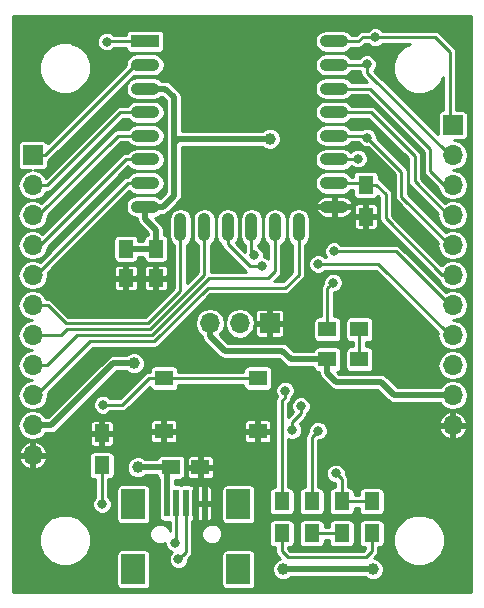
<source format=gtl>
G04 #@! TF.FileFunction,Copper,L1,Top,Signal*
%FSLAX46Y46*%
G04 Gerber Fmt 4.6, Leading zero omitted, Abs format (unit mm)*
G04 Created by KiCad (PCBNEW 4.0.7) date 02/11/18 23:28:48*
%MOMM*%
%LPD*%
G01*
G04 APERTURE LIST*
%ADD10C,0.100000*%
%ADD11O,1.100000X2.400000*%
%ADD12R,2.400000X1.100000*%
%ADD13O,2.400000X1.100000*%
%ADD14R,1.250000X1.500000*%
%ADD15R,1.300000X1.500000*%
%ADD16R,0.500000X2.300000*%
%ADD17R,2.000000X2.500000*%
%ADD18R,1.550000X1.300000*%
%ADD19R,1.500000X1.250000*%
%ADD20R,1.700000X1.700000*%
%ADD21O,1.700000X1.700000*%
%ADD22R,1.500000X1.300000*%
%ADD23C,0.800000*%
%ADD24C,1.000000*%
%ADD25C,0.250000*%
%ADD26C,0.500000*%
%ADD27C,0.254000*%
G04 APERTURE END LIST*
D10*
D11*
X151956000Y-113284000D03*
X153956000Y-113284000D03*
X155956000Y-113284000D03*
X157956000Y-113284000D03*
X159956000Y-113284000D03*
X161956000Y-113284000D03*
D12*
X148966000Y-97534000D03*
D13*
X148966000Y-99534000D03*
X148966000Y-101534000D03*
X148966000Y-103534000D03*
X148966000Y-105534000D03*
X148966000Y-107534000D03*
X148966000Y-109534000D03*
X148966000Y-111534000D03*
X164966000Y-111534000D03*
X164966000Y-109534000D03*
X164966000Y-107534000D03*
X164966000Y-105534000D03*
X164966000Y-103534000D03*
X164966000Y-101534000D03*
X164966000Y-99534000D03*
X164966000Y-97534000D03*
D14*
X147320000Y-115082000D03*
X147320000Y-117582000D03*
X149860000Y-115082000D03*
X149860000Y-117582000D03*
D15*
X145288000Y-130730000D03*
X145288000Y-133430000D03*
D16*
X150800000Y-136640000D03*
X151600000Y-136640000D03*
X152400000Y-136640000D03*
X153200000Y-136640000D03*
X154000000Y-136640000D03*
D17*
X147950000Y-136740000D03*
X147950000Y-142240000D03*
X156850000Y-136740000D03*
X156850000Y-142240000D03*
D18*
X158496000Y-130556000D03*
X150546000Y-130556000D03*
X158496000Y-126056000D03*
X150546000Y-126056000D03*
D19*
X151150000Y-133604000D03*
X153650000Y-133604000D03*
D15*
X160528000Y-136492000D03*
X160528000Y-139192000D03*
X163068000Y-136492000D03*
X163068000Y-139192000D03*
X168148000Y-139192000D03*
X168148000Y-136492000D03*
X165608000Y-139192000D03*
X165608000Y-136492000D03*
D20*
X139446000Y-107188000D03*
D21*
X139446000Y-109728000D03*
X139446000Y-112268000D03*
X139446000Y-114808000D03*
X139446000Y-117348000D03*
X139446000Y-119888000D03*
X139446000Y-122428000D03*
X139446000Y-124968000D03*
X139446000Y-127508000D03*
X139446000Y-130048000D03*
X139446000Y-132588000D03*
D20*
X175006000Y-104648000D03*
D21*
X175006000Y-107188000D03*
X175006000Y-109728000D03*
X175006000Y-112268000D03*
X175006000Y-114808000D03*
X175006000Y-117348000D03*
X175006000Y-119888000D03*
X175006000Y-122428000D03*
X175006000Y-124968000D03*
X175006000Y-127508000D03*
X175006000Y-130048000D03*
D15*
X167640000Y-112395000D03*
X167640000Y-109695000D03*
D22*
X164385000Y-121920000D03*
X167085000Y-121920000D03*
D20*
X159512000Y-121412000D03*
D21*
X156972000Y-121412000D03*
X154432000Y-121412000D03*
D22*
X167085000Y-124460000D03*
X164385000Y-124460000D03*
D23*
X175296396Y-135641648D03*
X175296396Y-139695041D03*
X138453099Y-139696702D03*
X156845000Y-127000000D03*
X170815000Y-123825000D03*
X170180000Y-125730000D03*
X153441013Y-138696837D03*
X154940000Y-136652000D03*
X154720519Y-104020873D03*
X154305000Y-143510000D03*
X150495000Y-143510000D03*
X167894000Y-133604000D03*
X167894000Y-131826000D03*
X175260000Y-143510000D03*
X168910000Y-143510000D03*
X162560000Y-143510000D03*
X143510000Y-143510000D03*
X138430000Y-143510000D03*
X138430000Y-135890000D03*
X167894000Y-128016000D03*
X143256000Y-118618000D03*
X167825553Y-129790349D03*
X174700000Y-96012000D03*
X169700000Y-96012000D03*
X164700000Y-96012000D03*
X159700000Y-96012000D03*
X154700000Y-96012000D03*
X149700000Y-96012000D03*
X144700000Y-96012000D03*
X139700000Y-96012000D03*
X153670000Y-131572000D03*
X147320000Y-130556000D03*
X159258000Y-133604000D03*
X157480000Y-133604000D03*
X155702000Y-133604000D03*
X161798000Y-105410000D03*
X145317676Y-136720757D03*
D24*
X168262222Y-142239991D03*
X160655000Y-142240000D03*
X148336000Y-133604000D03*
D23*
X151786257Y-141389990D03*
X151500076Y-140023632D03*
X162145799Y-128420216D03*
X161431269Y-130457691D03*
X165100000Y-134112000D03*
X160808098Y-127103965D03*
X163609176Y-130506262D03*
D24*
X147999735Y-124806961D03*
X159509176Y-105779722D03*
D23*
X167764557Y-105696190D03*
X168430825Y-97192905D03*
X167729231Y-99478072D03*
X164943598Y-115306056D03*
X158159659Y-115646053D03*
X163612125Y-116390012D03*
X158881632Y-116586806D03*
X145389586Y-128306084D03*
X145710107Y-97559759D03*
X164875317Y-117960468D03*
X166982902Y-107467941D03*
D25*
X150495000Y-143510000D02*
X149929315Y-143510000D01*
X149929315Y-143510000D02*
X149277099Y-144162216D01*
X149277099Y-144162216D02*
X144162216Y-144162216D01*
X144162216Y-144162216D02*
X143510000Y-143510000D01*
X175006000Y-130048000D02*
X175006000Y-135351252D01*
X175006000Y-135351252D02*
X175296396Y-135641648D01*
X175296396Y-139695041D02*
X175296396Y-135641648D01*
X168910000Y-143510000D02*
X175260000Y-143510000D01*
X162560000Y-143510000D02*
X168910000Y-143510000D01*
X143510000Y-143510000D02*
X138430000Y-143510000D01*
X138430000Y-143510000D02*
X138430000Y-139719801D01*
X138430000Y-139719801D02*
X138453099Y-139696702D01*
X138430000Y-139673603D02*
X138453099Y-139696702D01*
X138430000Y-135890000D02*
X138430000Y-139673603D01*
X170180000Y-125730000D02*
X170180000Y-124460000D01*
X170180000Y-124460000D02*
X170815000Y-123825000D01*
X153200000Y-138455824D02*
X153441013Y-138696837D01*
X153200000Y-136640000D02*
X153200000Y-138455824D01*
X154000000Y-136640000D02*
X154928000Y-136640000D01*
X154928000Y-136640000D02*
X154940000Y-136652000D01*
X154305000Y-143510000D02*
X154867425Y-143510000D01*
X154867425Y-143510000D02*
X155445592Y-144088167D01*
X155445592Y-144088167D02*
X158384081Y-144088167D01*
X158384081Y-144088167D02*
X158962248Y-143510000D01*
X158962248Y-143510000D02*
X159385000Y-143510000D01*
X174752000Y-130048000D02*
X175247110Y-130543110D01*
X167825553Y-129790349D02*
X167825553Y-131757553D01*
X167825553Y-131757553D02*
X167894000Y-131826000D01*
X159385000Y-143510000D02*
X162560000Y-143510000D01*
X147320000Y-117582000D02*
X144292000Y-117582000D01*
X144292000Y-117582000D02*
X143256000Y-118618000D01*
X161798000Y-105410000D02*
X161798000Y-98110000D01*
X161798000Y-98110000D02*
X159700000Y-96012000D01*
X169700000Y-96012000D02*
X174700000Y-96012000D01*
X164700000Y-96012000D02*
X169700000Y-96012000D01*
X159700000Y-96012000D02*
X164700000Y-96012000D01*
X154700000Y-96012000D02*
X159700000Y-96012000D01*
X149700000Y-96012000D02*
X154700000Y-96012000D01*
X144700000Y-96012000D02*
X149700000Y-96012000D01*
X139700000Y-96012000D02*
X144700000Y-96012000D01*
X150546000Y-130556000D02*
X147320000Y-130556000D01*
X157480000Y-133604000D02*
X159258000Y-133604000D01*
X153650000Y-133604000D02*
X155702000Y-133604000D01*
X145288000Y-133430000D02*
X145288000Y-136691081D01*
X145288000Y-136691081D02*
X145317676Y-136720757D01*
X139700000Y-107188000D02*
X140471811Y-107188000D01*
X140471811Y-107188000D02*
X148125811Y-99534000D01*
X148125811Y-99534000D02*
X148966000Y-99534000D01*
X139700000Y-109728000D02*
X140669711Y-109728000D01*
X140669711Y-109728000D02*
X146863711Y-103534000D01*
X146863711Y-103534000D02*
X148966000Y-103534000D01*
X164966000Y-101534000D02*
X167999977Y-101534000D01*
X173109994Y-108547960D02*
X174290034Y-109728000D01*
X167999977Y-101534000D02*
X173109994Y-106644017D01*
X173109994Y-106644017D02*
X173109994Y-108547960D01*
X174290034Y-109728000D02*
X174752000Y-109728000D01*
X164966000Y-103534000D02*
X168082896Y-103534000D01*
X168082896Y-103534000D02*
X171769030Y-107220134D01*
X171769030Y-107220134D02*
X171769030Y-109402805D01*
X171769030Y-109402805D02*
X174634225Y-112268000D01*
X174634225Y-112268000D02*
X174752000Y-112268000D01*
D26*
X160655000Y-142240000D02*
X168262213Y-142240000D01*
X168262213Y-142240000D02*
X168262222Y-142239991D01*
X151150000Y-133604000D02*
X148336000Y-133604000D01*
X151150000Y-133604000D02*
X151025000Y-133604000D01*
X150800000Y-136640000D02*
X150800000Y-133954000D01*
X150800000Y-133954000D02*
X151150000Y-133604000D01*
D25*
X152186256Y-140989991D02*
X151786257Y-141389990D01*
X152400000Y-136640000D02*
X152400000Y-140776247D01*
X152400000Y-140776247D02*
X152186256Y-140989991D01*
X151600000Y-139923708D02*
X151500076Y-140023632D01*
X151600000Y-136640000D02*
X151600000Y-139923708D01*
X161431269Y-130457691D02*
X161431269Y-129744074D01*
X161431269Y-129744074D02*
X162145799Y-129029544D01*
X162145799Y-129029544D02*
X162145799Y-128420216D01*
X165608000Y-136492000D02*
X165608000Y-134620000D01*
X165608000Y-134620000D02*
X165100000Y-134112000D01*
X168148000Y-136492000D02*
X165608000Y-136492000D01*
X160528000Y-136492000D02*
X160528000Y-127953499D01*
X160528000Y-127953499D02*
X160808098Y-127673401D01*
X160808098Y-127673401D02*
X160808098Y-127103965D01*
X167640000Y-141224000D02*
X168148000Y-140716000D01*
X168148000Y-140716000D02*
X168148000Y-139192000D01*
X161036000Y-141224000D02*
X167640000Y-141224000D01*
X160528000Y-140716000D02*
X161036000Y-141224000D01*
X160528000Y-139192000D02*
X160528000Y-140716000D01*
X163068000Y-131047438D02*
X163609176Y-130506262D01*
X163068000Y-136492000D02*
X163068000Y-131047438D01*
X165608000Y-139192000D02*
X163068000Y-139192000D01*
X139700000Y-112268000D02*
X139914649Y-112268000D01*
X139914649Y-112268000D02*
X146648649Y-105534000D01*
X146648649Y-105534000D02*
X148966000Y-105534000D01*
X139700000Y-114808000D02*
X140052056Y-114808000D01*
X140052056Y-114808000D02*
X147326056Y-107534000D01*
X147326056Y-107534000D02*
X148966000Y-107534000D01*
X139700000Y-117348000D02*
X139700000Y-117345968D01*
X139700000Y-117345968D02*
X147511968Y-109534000D01*
X147511968Y-109534000D02*
X148966000Y-109534000D01*
D26*
X161290000Y-124460000D02*
X160573442Y-123743442D01*
X160573442Y-123743442D02*
X155695919Y-123743442D01*
X155695919Y-123743442D02*
X154432000Y-122479523D01*
X154432000Y-122479523D02*
X154432000Y-121412000D01*
X175006000Y-127508000D02*
X170053000Y-127508000D01*
X170053000Y-127508000D02*
X168910000Y-126365000D01*
X168910000Y-126365000D02*
X165100000Y-126365000D01*
X164385000Y-125650000D02*
X164385000Y-124460000D01*
X165100000Y-126365000D02*
X164385000Y-125650000D01*
X161354673Y-124460000D02*
X161290000Y-124460000D01*
X164385000Y-124460000D02*
X161290000Y-124460000D01*
X151384000Y-110610893D02*
X150460893Y-111534000D01*
X174752000Y-127508000D02*
X174450058Y-127508000D01*
X139700000Y-130048000D02*
X141028055Y-130048000D01*
X141028055Y-130048000D02*
X146269094Y-124806961D01*
X146269094Y-124806961D02*
X147999735Y-124806961D01*
X151776278Y-105779722D02*
X159509176Y-105779722D01*
X151384000Y-106172000D02*
X151776278Y-105779722D01*
X148966000Y-111534000D02*
X148966000Y-112584000D01*
X148966000Y-112584000D02*
X149860000Y-113478000D01*
X149860000Y-113478000D02*
X149860000Y-115082000D01*
X149860000Y-115082000D02*
X147320000Y-115082000D01*
X151384000Y-102252000D02*
X151384000Y-106172000D01*
X151384000Y-106172000D02*
X151384000Y-110610893D01*
X150460893Y-111534000D02*
X148966000Y-111534000D01*
X148966000Y-101534000D02*
X150666000Y-101534000D01*
X150666000Y-101534000D02*
X151384000Y-102252000D01*
D25*
X174752000Y-114808000D02*
X174750426Y-114808000D01*
X174750426Y-114808000D02*
X170644050Y-110701624D01*
X170644050Y-110701624D02*
X170644050Y-108575683D01*
X170644050Y-108575683D02*
X167764557Y-105696190D01*
X164966000Y-105534000D02*
X167602367Y-105534000D01*
X167602367Y-105534000D02*
X167764557Y-105696190D01*
X167640000Y-109695000D02*
X168540000Y-109695000D01*
X168540000Y-109695000D02*
X169317082Y-110472082D01*
X169317082Y-110472082D02*
X169317082Y-112532172D01*
X169317082Y-112532172D02*
X174132910Y-117348000D01*
X174132910Y-117348000D02*
X175006000Y-117348000D01*
X164966000Y-109534000D02*
X167479000Y-109534000D01*
X167479000Y-109534000D02*
X167640000Y-109695000D01*
X139700000Y-119888000D02*
X140699415Y-119888000D01*
X149173611Y-121425044D02*
X151956000Y-118642655D01*
X140699415Y-119888000D02*
X142236459Y-121425044D01*
X142236459Y-121425044D02*
X149173611Y-121425044D01*
X151956000Y-118642655D02*
X151956000Y-113284000D01*
X139700000Y-122428000D02*
X141828652Y-122428000D01*
X141828652Y-122428000D02*
X142361461Y-121895191D01*
X153956000Y-117320625D02*
X153956000Y-113284000D01*
X142361461Y-121895191D02*
X149381434Y-121895191D01*
X149381434Y-121895191D02*
X153956000Y-117320625D01*
X139700000Y-124968000D02*
X139702102Y-124965898D01*
X159956000Y-114859183D02*
X159956000Y-113284000D01*
X139702102Y-124965898D02*
X140679049Y-124965898D01*
X140679049Y-124965898D02*
X143216947Y-122428000D01*
X143216947Y-122428000D02*
X149554612Y-122428000D01*
X149554612Y-122428000D02*
X154403963Y-117578649D01*
X154403963Y-117578649D02*
X159385616Y-117578649D01*
X159385616Y-117578649D02*
X159956000Y-117008265D01*
X159956000Y-117008265D02*
X159956000Y-114859183D01*
X139700000Y-127508000D02*
X144290488Y-122917512D01*
X144290488Y-122917512D02*
X149738629Y-122917512D01*
X149738629Y-122917512D02*
X154249519Y-118406622D01*
X160831000Y-118406622D02*
X161956000Y-117281622D01*
X161956000Y-117281622D02*
X161956000Y-113284000D01*
X154249519Y-118406622D02*
X160831000Y-118406622D01*
X164966000Y-97534000D02*
X167025618Y-97534000D01*
X167025618Y-97534000D02*
X167366715Y-97192903D01*
X167366715Y-97192903D02*
X168430823Y-97192903D01*
X168430823Y-97192903D02*
X168430825Y-97192905D01*
X173532395Y-97192905D02*
X168430825Y-97192905D01*
X174742919Y-98403429D02*
X173532395Y-97192905D01*
X174742919Y-104652879D02*
X174742919Y-98403429D01*
X174752000Y-107188000D02*
X174738094Y-107188000D01*
X174738094Y-107188000D02*
X167729231Y-100179137D01*
X167729231Y-100179137D02*
X167729231Y-99478072D01*
X164966000Y-99534000D02*
X167673303Y-99534000D01*
X167673303Y-99534000D02*
X167729231Y-99478072D01*
X170170056Y-115306056D02*
X165509283Y-115306056D01*
X165509283Y-115306056D02*
X164943598Y-115306056D01*
X174752000Y-119888000D02*
X170170056Y-115306056D01*
X157956000Y-115442394D02*
X158159659Y-115646053D01*
X157956000Y-113284000D02*
X157956000Y-115442394D01*
X164177810Y-116390012D02*
X163612125Y-116390012D01*
X168714012Y-116390012D02*
X164177810Y-116390012D01*
X174752000Y-122428000D02*
X168714012Y-116390012D01*
X157808806Y-116586806D02*
X158881632Y-116586806D01*
X155956000Y-114734000D02*
X157808806Y-116586806D01*
X155956000Y-113284000D02*
X155956000Y-114734000D01*
X150546000Y-126056000D02*
X149287851Y-126056000D01*
X149287851Y-126056000D02*
X147037767Y-128306084D01*
X147037767Y-128306084D02*
X145389586Y-128306084D01*
X145735866Y-97534000D02*
X145710107Y-97559759D01*
X148966000Y-97534000D02*
X145735866Y-97534000D01*
X158496000Y-126056000D02*
X150546000Y-126056000D01*
X164475318Y-118360467D02*
X164875317Y-117960468D01*
X164385000Y-121920000D02*
X164385000Y-118450785D01*
X164385000Y-118450785D02*
X164475318Y-118360467D01*
X166916843Y-107534000D02*
X166982902Y-107467941D01*
X164966000Y-107534000D02*
X166916843Y-107534000D01*
X167085000Y-121920000D02*
X167085000Y-124460000D01*
D27*
G36*
X176542420Y-95434026D02*
X176542420Y-144162500D01*
X137777500Y-144162500D01*
X137777500Y-140209884D01*
X139983823Y-140209884D01*
X140314562Y-141010334D01*
X140926445Y-141623285D01*
X141726316Y-141955421D01*
X142592404Y-141956177D01*
X143392854Y-141625438D01*
X144005805Y-141013555D01*
X144015585Y-140990000D01*
X146514635Y-140990000D01*
X146514635Y-143490000D01*
X146544409Y-143648237D01*
X146637927Y-143793567D01*
X146780619Y-143891064D01*
X146950000Y-143925365D01*
X148950000Y-143925365D01*
X149108237Y-143895591D01*
X149253567Y-143802073D01*
X149351064Y-143659381D01*
X149385365Y-143490000D01*
X149385365Y-140990000D01*
X149355591Y-140831763D01*
X149262073Y-140686433D01*
X149119381Y-140588936D01*
X148950000Y-140554635D01*
X146950000Y-140554635D01*
X146791763Y-140584409D01*
X146646433Y-140677927D01*
X146548936Y-140820619D01*
X146514635Y-140990000D01*
X144015585Y-140990000D01*
X144337941Y-140213684D01*
X144338697Y-139347596D01*
X144007958Y-138547146D01*
X143396075Y-137934195D01*
X142596204Y-137602059D01*
X141730116Y-137601303D01*
X140929666Y-137932042D01*
X140316715Y-138543925D01*
X139984579Y-139343796D01*
X139983823Y-140209884D01*
X137777500Y-140209884D01*
X137777500Y-132904980D01*
X138256511Y-132904980D01*
X138380755Y-133204964D01*
X138697944Y-133565652D01*
X139129018Y-133777501D01*
X139319000Y-133717193D01*
X139319000Y-132715000D01*
X139573000Y-132715000D01*
X139573000Y-133717193D01*
X139762982Y-133777501D01*
X140194056Y-133565652D01*
X140511245Y-133204964D01*
X140635489Y-132904980D01*
X140574627Y-132715000D01*
X139573000Y-132715000D01*
X139319000Y-132715000D01*
X138317373Y-132715000D01*
X138256511Y-132904980D01*
X137777500Y-132904980D01*
X137777500Y-132680000D01*
X144202635Y-132680000D01*
X144202635Y-134180000D01*
X144232409Y-134338237D01*
X144325927Y-134483567D01*
X144468619Y-134581064D01*
X144638000Y-134615365D01*
X144736000Y-134615365D01*
X144736000Y-136132883D01*
X144616988Y-136251687D01*
X144490820Y-136555535D01*
X144490533Y-136884536D01*
X144616171Y-137188603D01*
X144848606Y-137421445D01*
X145152454Y-137547613D01*
X145481455Y-137547900D01*
X145785522Y-137422262D01*
X146018364Y-137189827D01*
X146144532Y-136885979D01*
X146144819Y-136556978D01*
X146019181Y-136252911D01*
X145840000Y-136073416D01*
X145840000Y-135490000D01*
X146514635Y-135490000D01*
X146514635Y-137990000D01*
X146544409Y-138148237D01*
X146637927Y-138293567D01*
X146780619Y-138391064D01*
X146950000Y-138425365D01*
X148950000Y-138425365D01*
X149108237Y-138395591D01*
X149253567Y-138302073D01*
X149351064Y-138159381D01*
X149385365Y-137990000D01*
X149385365Y-135490000D01*
X149355591Y-135331763D01*
X149262073Y-135186433D01*
X149119381Y-135088936D01*
X148950000Y-135054635D01*
X146950000Y-135054635D01*
X146791763Y-135084409D01*
X146646433Y-135177927D01*
X146548936Y-135320619D01*
X146514635Y-135490000D01*
X145840000Y-135490000D01*
X145840000Y-134615365D01*
X145938000Y-134615365D01*
X146096237Y-134585591D01*
X146241567Y-134492073D01*
X146339064Y-134349381D01*
X146373365Y-134180000D01*
X146373365Y-133787583D01*
X147408839Y-133787583D01*
X147549669Y-134128417D01*
X147810211Y-134389414D01*
X148150799Y-134530839D01*
X148519583Y-134531161D01*
X148860417Y-134390331D01*
X148969939Y-134281000D01*
X149974419Y-134281000D01*
X149994409Y-134387237D01*
X150087927Y-134532567D01*
X150123000Y-134556531D01*
X150123000Y-135448693D01*
X150114635Y-135490000D01*
X150114635Y-137790000D01*
X150144409Y-137948237D01*
X150237927Y-138093567D01*
X150380619Y-138191064D01*
X150550000Y-138225365D01*
X151048000Y-138225365D01*
X151048000Y-138995768D01*
X150943918Y-138743869D01*
X150697429Y-138496949D01*
X150375211Y-138363153D01*
X150026319Y-138362849D01*
X149703869Y-138496082D01*
X149456949Y-138742571D01*
X149323153Y-139064789D01*
X149322849Y-139413681D01*
X149456082Y-139736131D01*
X149702571Y-139983051D01*
X150024789Y-140116847D01*
X150373681Y-140117151D01*
X150673102Y-139993433D01*
X150672933Y-140187411D01*
X150798571Y-140491478D01*
X151031006Y-140724320D01*
X151208629Y-140798075D01*
X151085569Y-140920920D01*
X150959401Y-141224768D01*
X150959114Y-141553769D01*
X151084752Y-141857836D01*
X151317187Y-142090678D01*
X151621035Y-142216846D01*
X151950036Y-142217133D01*
X152254103Y-142091495D01*
X152486945Y-141859060D01*
X152613113Y-141555212D01*
X152613298Y-141343595D01*
X152790323Y-141166570D01*
X152908304Y-140990000D01*
X155414635Y-140990000D01*
X155414635Y-143490000D01*
X155444409Y-143648237D01*
X155537927Y-143793567D01*
X155680619Y-143891064D01*
X155850000Y-143925365D01*
X157850000Y-143925365D01*
X158008237Y-143895591D01*
X158153567Y-143802073D01*
X158251064Y-143659381D01*
X158285365Y-143490000D01*
X158285365Y-140990000D01*
X158255591Y-140831763D01*
X158162073Y-140686433D01*
X158019381Y-140588936D01*
X157850000Y-140554635D01*
X155850000Y-140554635D01*
X155691763Y-140584409D01*
X155546433Y-140677927D01*
X155448936Y-140820619D01*
X155414635Y-140990000D01*
X152908304Y-140990000D01*
X152909982Y-140987489D01*
X152952000Y-140776247D01*
X152952000Y-139413681D01*
X153722849Y-139413681D01*
X153856082Y-139736131D01*
X154102571Y-139983051D01*
X154424789Y-140116847D01*
X154773681Y-140117151D01*
X155096131Y-139983918D01*
X155343051Y-139737429D01*
X155476847Y-139415211D01*
X155477151Y-139066319D01*
X155343918Y-138743869D01*
X155097429Y-138496949D01*
X154965097Y-138442000D01*
X159442635Y-138442000D01*
X159442635Y-139942000D01*
X159472409Y-140100237D01*
X159565927Y-140245567D01*
X159708619Y-140343064D01*
X159878000Y-140377365D01*
X159976000Y-140377365D01*
X159976000Y-140716000D01*
X160018018Y-140927242D01*
X160137677Y-141106323D01*
X160381391Y-141350037D01*
X160130583Y-141453669D01*
X159869586Y-141714211D01*
X159728161Y-142054799D01*
X159727839Y-142423583D01*
X159868669Y-142764417D01*
X160129211Y-143025414D01*
X160469799Y-143166839D01*
X160838583Y-143167161D01*
X161179417Y-143026331D01*
X161288939Y-142917000D01*
X167628217Y-142917000D01*
X167736433Y-143025405D01*
X168077021Y-143166830D01*
X168445805Y-143167152D01*
X168786639Y-143026322D01*
X169047636Y-142765780D01*
X169189061Y-142425192D01*
X169189383Y-142056408D01*
X169048553Y-141715574D01*
X168788011Y-141454577D01*
X168447423Y-141313152D01*
X168331595Y-141313051D01*
X168538323Y-141106323D01*
X168600309Y-141013555D01*
X168657982Y-140927241D01*
X168700000Y-140716000D01*
X168700000Y-140377365D01*
X168798000Y-140377365D01*
X168956237Y-140347591D01*
X169101567Y-140254073D01*
X169131759Y-140209884D01*
X169983763Y-140209884D01*
X170314502Y-141010334D01*
X170926385Y-141623285D01*
X171726256Y-141955421D01*
X172592344Y-141956177D01*
X173392794Y-141625438D01*
X174005745Y-141013555D01*
X174337881Y-140213684D01*
X174338637Y-139347596D01*
X174007898Y-138547146D01*
X173396015Y-137934195D01*
X172596144Y-137602059D01*
X171730056Y-137601303D01*
X170929606Y-137932042D01*
X170316655Y-138543925D01*
X169984519Y-139343796D01*
X169983763Y-140209884D01*
X169131759Y-140209884D01*
X169199064Y-140111381D01*
X169233365Y-139942000D01*
X169233365Y-138442000D01*
X169203591Y-138283763D01*
X169110073Y-138138433D01*
X168967381Y-138040936D01*
X168798000Y-138006635D01*
X167498000Y-138006635D01*
X167339763Y-138036409D01*
X167194433Y-138129927D01*
X167096936Y-138272619D01*
X167062635Y-138442000D01*
X167062635Y-139942000D01*
X167092409Y-140100237D01*
X167185927Y-140245567D01*
X167328619Y-140343064D01*
X167498000Y-140377365D01*
X167596000Y-140377365D01*
X167596000Y-140487354D01*
X167411354Y-140672000D01*
X161264646Y-140672000D01*
X161080000Y-140487354D01*
X161080000Y-140377365D01*
X161178000Y-140377365D01*
X161336237Y-140347591D01*
X161481567Y-140254073D01*
X161579064Y-140111381D01*
X161613365Y-139942000D01*
X161613365Y-138442000D01*
X161982635Y-138442000D01*
X161982635Y-139942000D01*
X162012409Y-140100237D01*
X162105927Y-140245567D01*
X162248619Y-140343064D01*
X162418000Y-140377365D01*
X163718000Y-140377365D01*
X163876237Y-140347591D01*
X164021567Y-140254073D01*
X164119064Y-140111381D01*
X164153365Y-139942000D01*
X164153365Y-139744000D01*
X164522635Y-139744000D01*
X164522635Y-139942000D01*
X164552409Y-140100237D01*
X164645927Y-140245567D01*
X164788619Y-140343064D01*
X164958000Y-140377365D01*
X166258000Y-140377365D01*
X166416237Y-140347591D01*
X166561567Y-140254073D01*
X166659064Y-140111381D01*
X166693365Y-139942000D01*
X166693365Y-138442000D01*
X166663591Y-138283763D01*
X166570073Y-138138433D01*
X166427381Y-138040936D01*
X166258000Y-138006635D01*
X164958000Y-138006635D01*
X164799763Y-138036409D01*
X164654433Y-138129927D01*
X164556936Y-138272619D01*
X164522635Y-138442000D01*
X164522635Y-138640000D01*
X164153365Y-138640000D01*
X164153365Y-138442000D01*
X164123591Y-138283763D01*
X164030073Y-138138433D01*
X163887381Y-138040936D01*
X163718000Y-138006635D01*
X162418000Y-138006635D01*
X162259763Y-138036409D01*
X162114433Y-138129927D01*
X162016936Y-138272619D01*
X161982635Y-138442000D01*
X161613365Y-138442000D01*
X161583591Y-138283763D01*
X161490073Y-138138433D01*
X161347381Y-138040936D01*
X161178000Y-138006635D01*
X159878000Y-138006635D01*
X159719763Y-138036409D01*
X159574433Y-138129927D01*
X159476936Y-138272619D01*
X159442635Y-138442000D01*
X154965097Y-138442000D01*
X154775211Y-138363153D01*
X154426319Y-138362849D01*
X154103869Y-138496082D01*
X153856949Y-138742571D01*
X153723153Y-139064789D01*
X153722849Y-139413681D01*
X152952000Y-139413681D01*
X152952000Y-138171000D01*
X152979750Y-138171000D01*
X153075000Y-138075750D01*
X153075000Y-137841183D01*
X153085365Y-137790000D01*
X153085365Y-136767000D01*
X153325000Y-136767000D01*
X153325000Y-138075750D01*
X153420250Y-138171000D01*
X153525785Y-138171000D01*
X153600000Y-138140259D01*
X153674215Y-138171000D01*
X153779750Y-138171000D01*
X153875000Y-138075750D01*
X153875000Y-136767000D01*
X154125000Y-136767000D01*
X154125000Y-138075750D01*
X154220250Y-138171000D01*
X154325785Y-138171000D01*
X154465819Y-138112996D01*
X154572996Y-138005820D01*
X154631000Y-137865786D01*
X154631000Y-136862250D01*
X154535750Y-136767000D01*
X154125000Y-136767000D01*
X153875000Y-136767000D01*
X153325000Y-136767000D01*
X153085365Y-136767000D01*
X153085365Y-135490000D01*
X153075000Y-135434914D01*
X153075000Y-135204250D01*
X153325000Y-135204250D01*
X153325000Y-136513000D01*
X153875000Y-136513000D01*
X153875000Y-135204250D01*
X154125000Y-135204250D01*
X154125000Y-136513000D01*
X154535750Y-136513000D01*
X154631000Y-136417750D01*
X154631000Y-135490000D01*
X155414635Y-135490000D01*
X155414635Y-137990000D01*
X155444409Y-138148237D01*
X155537927Y-138293567D01*
X155680619Y-138391064D01*
X155850000Y-138425365D01*
X157850000Y-138425365D01*
X158008237Y-138395591D01*
X158153567Y-138302073D01*
X158251064Y-138159381D01*
X158285365Y-137990000D01*
X158285365Y-135742000D01*
X159442635Y-135742000D01*
X159442635Y-137242000D01*
X159472409Y-137400237D01*
X159565927Y-137545567D01*
X159708619Y-137643064D01*
X159878000Y-137677365D01*
X161178000Y-137677365D01*
X161336237Y-137647591D01*
X161481567Y-137554073D01*
X161579064Y-137411381D01*
X161613365Y-137242000D01*
X161613365Y-135742000D01*
X161982635Y-135742000D01*
X161982635Y-137242000D01*
X162012409Y-137400237D01*
X162105927Y-137545567D01*
X162248619Y-137643064D01*
X162418000Y-137677365D01*
X163718000Y-137677365D01*
X163876237Y-137647591D01*
X164021567Y-137554073D01*
X164119064Y-137411381D01*
X164153365Y-137242000D01*
X164153365Y-135742000D01*
X164123591Y-135583763D01*
X164030073Y-135438433D01*
X163887381Y-135340936D01*
X163718000Y-135306635D01*
X163620000Y-135306635D01*
X163620000Y-134275779D01*
X164272857Y-134275779D01*
X164398495Y-134579846D01*
X164630930Y-134812688D01*
X164934778Y-134938856D01*
X165056000Y-134938962D01*
X165056000Y-135306635D01*
X164958000Y-135306635D01*
X164799763Y-135336409D01*
X164654433Y-135429927D01*
X164556936Y-135572619D01*
X164522635Y-135742000D01*
X164522635Y-137242000D01*
X164552409Y-137400237D01*
X164645927Y-137545567D01*
X164788619Y-137643064D01*
X164958000Y-137677365D01*
X166258000Y-137677365D01*
X166416237Y-137647591D01*
X166561567Y-137554073D01*
X166659064Y-137411381D01*
X166693365Y-137242000D01*
X166693365Y-137044000D01*
X167062635Y-137044000D01*
X167062635Y-137242000D01*
X167092409Y-137400237D01*
X167185927Y-137545567D01*
X167328619Y-137643064D01*
X167498000Y-137677365D01*
X168798000Y-137677365D01*
X168956237Y-137647591D01*
X169101567Y-137554073D01*
X169199064Y-137411381D01*
X169233365Y-137242000D01*
X169233365Y-135742000D01*
X169203591Y-135583763D01*
X169110073Y-135438433D01*
X168967381Y-135340936D01*
X168798000Y-135306635D01*
X167498000Y-135306635D01*
X167339763Y-135336409D01*
X167194433Y-135429927D01*
X167096936Y-135572619D01*
X167062635Y-135742000D01*
X167062635Y-135940000D01*
X166693365Y-135940000D01*
X166693365Y-135742000D01*
X166663591Y-135583763D01*
X166570073Y-135438433D01*
X166427381Y-135340936D01*
X166258000Y-135306635D01*
X166160000Y-135306635D01*
X166160000Y-134620000D01*
X166117982Y-134408759D01*
X165998323Y-134229677D01*
X165926960Y-134158314D01*
X165927143Y-133948221D01*
X165801505Y-133644154D01*
X165569070Y-133411312D01*
X165265222Y-133285144D01*
X164936221Y-133284857D01*
X164632154Y-133410495D01*
X164399312Y-133642930D01*
X164273144Y-133946778D01*
X164272857Y-134275779D01*
X163620000Y-134275779D01*
X163620000Y-131333272D01*
X163772955Y-131333405D01*
X164077022Y-131207767D01*
X164309864Y-130975332D01*
X164436032Y-130671484D01*
X164436299Y-130364980D01*
X173816511Y-130364980D01*
X173940755Y-130664964D01*
X174257944Y-131025652D01*
X174689018Y-131237501D01*
X174879000Y-131177193D01*
X174879000Y-130175000D01*
X175133000Y-130175000D01*
X175133000Y-131177193D01*
X175322982Y-131237501D01*
X175754056Y-131025652D01*
X176071245Y-130664964D01*
X176195489Y-130364980D01*
X176134627Y-130175000D01*
X175133000Y-130175000D01*
X174879000Y-130175000D01*
X173877373Y-130175000D01*
X173816511Y-130364980D01*
X164436299Y-130364980D01*
X164436319Y-130342483D01*
X164310681Y-130038416D01*
X164078246Y-129805574D01*
X163898700Y-129731020D01*
X173816511Y-129731020D01*
X173877373Y-129921000D01*
X174879000Y-129921000D01*
X174879000Y-128918807D01*
X175133000Y-128918807D01*
X175133000Y-129921000D01*
X176134627Y-129921000D01*
X176195489Y-129731020D01*
X176071245Y-129431036D01*
X175754056Y-129070348D01*
X175322982Y-128858499D01*
X175133000Y-128918807D01*
X174879000Y-128918807D01*
X174689018Y-128858499D01*
X174257944Y-129070348D01*
X173940755Y-129431036D01*
X173816511Y-129731020D01*
X163898700Y-129731020D01*
X163774398Y-129679406D01*
X163445397Y-129679119D01*
X163141330Y-129804757D01*
X162908488Y-130037192D01*
X162782320Y-130341040D01*
X162782135Y-130552657D01*
X162677677Y-130657115D01*
X162558018Y-130836196D01*
X162558018Y-130836197D01*
X162516000Y-131047438D01*
X162516000Y-135306635D01*
X162418000Y-135306635D01*
X162259763Y-135336409D01*
X162114433Y-135429927D01*
X162016936Y-135572619D01*
X161982635Y-135742000D01*
X161613365Y-135742000D01*
X161583591Y-135583763D01*
X161490073Y-135438433D01*
X161347381Y-135340936D01*
X161178000Y-135306635D01*
X161080000Y-135306635D01*
X161080000Y-131207294D01*
X161266047Y-131284547D01*
X161595048Y-131284834D01*
X161899115Y-131159196D01*
X162131957Y-130926761D01*
X162258125Y-130622913D01*
X162258412Y-130293912D01*
X162132774Y-129989845D01*
X162049532Y-129906457D01*
X162536122Y-129419867D01*
X162655781Y-129240786D01*
X162695771Y-129039738D01*
X162846487Y-128889286D01*
X162972655Y-128585438D01*
X162972942Y-128256437D01*
X162847304Y-127952370D01*
X162614869Y-127719528D01*
X162311021Y-127593360D01*
X161982020Y-127593073D01*
X161677953Y-127718711D01*
X161445111Y-127951146D01*
X161318943Y-128254994D01*
X161318656Y-128583995D01*
X161444294Y-128888062D01*
X161475437Y-128919260D01*
X161080000Y-129314697D01*
X161080000Y-128182145D01*
X161198421Y-128063724D01*
X161243214Y-127996687D01*
X161318080Y-127884642D01*
X161348169Y-127733371D01*
X161508786Y-127573035D01*
X161634954Y-127269187D01*
X161635241Y-126940186D01*
X161509603Y-126636119D01*
X161277168Y-126403277D01*
X160973320Y-126277109D01*
X160644319Y-126276822D01*
X160340252Y-126402460D01*
X160107410Y-126634895D01*
X159981242Y-126938743D01*
X159980955Y-127267744D01*
X160106593Y-127571811D01*
X160121757Y-127587002D01*
X160018018Y-127742257D01*
X159992964Y-127868216D01*
X159976000Y-127953499D01*
X159976000Y-135306635D01*
X159878000Y-135306635D01*
X159719763Y-135336409D01*
X159574433Y-135429927D01*
X159476936Y-135572619D01*
X159442635Y-135742000D01*
X158285365Y-135742000D01*
X158285365Y-135490000D01*
X158255591Y-135331763D01*
X158162073Y-135186433D01*
X158019381Y-135088936D01*
X157850000Y-135054635D01*
X155850000Y-135054635D01*
X155691763Y-135084409D01*
X155546433Y-135177927D01*
X155448936Y-135320619D01*
X155414635Y-135490000D01*
X154631000Y-135490000D01*
X154631000Y-135414214D01*
X154572996Y-135274180D01*
X154465819Y-135167004D01*
X154325785Y-135109000D01*
X154220250Y-135109000D01*
X154125000Y-135204250D01*
X153875000Y-135204250D01*
X153779750Y-135109000D01*
X153674215Y-135109000D01*
X153600000Y-135139741D01*
X153525785Y-135109000D01*
X153420250Y-135109000D01*
X153325000Y-135204250D01*
X153075000Y-135204250D01*
X152979750Y-135109000D01*
X152874215Y-135109000D01*
X152858358Y-135115568D01*
X152819381Y-135088936D01*
X152650000Y-135054635D01*
X152150000Y-135054635D01*
X151994491Y-135083896D01*
X151850000Y-135054635D01*
X151477000Y-135054635D01*
X151477000Y-134664365D01*
X151900000Y-134664365D01*
X152058237Y-134634591D01*
X152203567Y-134541073D01*
X152301064Y-134398381D01*
X152335365Y-134229000D01*
X152335365Y-133826250D01*
X152519000Y-133826250D01*
X152519000Y-134304785D01*
X152577004Y-134444819D01*
X152684180Y-134551996D01*
X152824214Y-134610000D01*
X153427750Y-134610000D01*
X153523000Y-134514750D01*
X153523000Y-133731000D01*
X153777000Y-133731000D01*
X153777000Y-134514750D01*
X153872250Y-134610000D01*
X154475786Y-134610000D01*
X154615820Y-134551996D01*
X154722996Y-134444819D01*
X154781000Y-134304785D01*
X154781000Y-133826250D01*
X154685750Y-133731000D01*
X153777000Y-133731000D01*
X153523000Y-133731000D01*
X152614250Y-133731000D01*
X152519000Y-133826250D01*
X152335365Y-133826250D01*
X152335365Y-132979000D01*
X152321106Y-132903215D01*
X152519000Y-132903215D01*
X152519000Y-133381750D01*
X152614250Y-133477000D01*
X153523000Y-133477000D01*
X153523000Y-132693250D01*
X153777000Y-132693250D01*
X153777000Y-133477000D01*
X154685750Y-133477000D01*
X154781000Y-133381750D01*
X154781000Y-132903215D01*
X154722996Y-132763181D01*
X154615820Y-132656004D01*
X154475786Y-132598000D01*
X153872250Y-132598000D01*
X153777000Y-132693250D01*
X153523000Y-132693250D01*
X153427750Y-132598000D01*
X152824214Y-132598000D01*
X152684180Y-132656004D01*
X152577004Y-132763181D01*
X152519000Y-132903215D01*
X152321106Y-132903215D01*
X152305591Y-132820763D01*
X152212073Y-132675433D01*
X152069381Y-132577936D01*
X151900000Y-132543635D01*
X150400000Y-132543635D01*
X150241763Y-132573409D01*
X150096433Y-132666927D01*
X149998936Y-132809619D01*
X149975165Y-132927000D01*
X148970014Y-132927000D01*
X148861789Y-132818586D01*
X148521201Y-132677161D01*
X148152417Y-132676839D01*
X147811583Y-132817669D01*
X147550586Y-133078211D01*
X147409161Y-133418799D01*
X147408839Y-133787583D01*
X146373365Y-133787583D01*
X146373365Y-132680000D01*
X146343591Y-132521763D01*
X146250073Y-132376433D01*
X146107381Y-132278936D01*
X145938000Y-132244635D01*
X144638000Y-132244635D01*
X144479763Y-132274409D01*
X144334433Y-132367927D01*
X144236936Y-132510619D01*
X144202635Y-132680000D01*
X137777500Y-132680000D01*
X137777500Y-132271020D01*
X138256511Y-132271020D01*
X138317373Y-132461000D01*
X139319000Y-132461000D01*
X139319000Y-131458807D01*
X139573000Y-131458807D01*
X139573000Y-132461000D01*
X140574627Y-132461000D01*
X140635489Y-132271020D01*
X140511245Y-131971036D01*
X140194056Y-131610348D01*
X139762982Y-131398499D01*
X139573000Y-131458807D01*
X139319000Y-131458807D01*
X139129018Y-131398499D01*
X138697944Y-131610348D01*
X138380755Y-131971036D01*
X138256511Y-132271020D01*
X137777500Y-132271020D01*
X137777500Y-109728000D01*
X138143982Y-109728000D01*
X138241188Y-110216687D01*
X138518007Y-110630975D01*
X138932295Y-110907794D01*
X139385791Y-110998000D01*
X138932295Y-111088206D01*
X138518007Y-111365025D01*
X138241188Y-111779313D01*
X138143982Y-112268000D01*
X138241188Y-112756687D01*
X138518007Y-113170975D01*
X138932295Y-113447794D01*
X139385791Y-113538000D01*
X138932295Y-113628206D01*
X138518007Y-113905025D01*
X138241188Y-114319313D01*
X138143982Y-114808000D01*
X138241188Y-115296687D01*
X138518007Y-115710975D01*
X138932295Y-115987794D01*
X139385791Y-116078000D01*
X138932295Y-116168206D01*
X138518007Y-116445025D01*
X138241188Y-116859313D01*
X138143982Y-117348000D01*
X138241188Y-117836687D01*
X138518007Y-118250975D01*
X138932295Y-118527794D01*
X139385791Y-118618000D01*
X138932295Y-118708206D01*
X138518007Y-118985025D01*
X138241188Y-119399313D01*
X138143982Y-119888000D01*
X138241188Y-120376687D01*
X138518007Y-120790975D01*
X138932295Y-121067794D01*
X139385791Y-121158000D01*
X138932295Y-121248206D01*
X138518007Y-121525025D01*
X138241188Y-121939313D01*
X138143982Y-122428000D01*
X138241188Y-122916687D01*
X138518007Y-123330975D01*
X138932295Y-123607794D01*
X139385791Y-123698000D01*
X138932295Y-123788206D01*
X138518007Y-124065025D01*
X138241188Y-124479313D01*
X138143982Y-124968000D01*
X138241188Y-125456687D01*
X138518007Y-125870975D01*
X138932295Y-126147794D01*
X139385791Y-126238000D01*
X138932295Y-126328206D01*
X138518007Y-126605025D01*
X138241188Y-127019313D01*
X138143982Y-127508000D01*
X138241188Y-127996687D01*
X138518007Y-128410975D01*
X138932295Y-128687794D01*
X139385791Y-128778000D01*
X138932295Y-128868206D01*
X138518007Y-129145025D01*
X138241188Y-129559313D01*
X138143982Y-130048000D01*
X138241188Y-130536687D01*
X138518007Y-130950975D01*
X138932295Y-131227794D01*
X139420982Y-131325000D01*
X139471018Y-131325000D01*
X139959705Y-131227794D01*
X140372084Y-130952250D01*
X144257000Y-130952250D01*
X144257000Y-131555786D01*
X144315004Y-131695820D01*
X144422181Y-131802996D01*
X144562215Y-131861000D01*
X145065750Y-131861000D01*
X145161000Y-131765750D01*
X145161000Y-130857000D01*
X145415000Y-130857000D01*
X145415000Y-131765750D01*
X145510250Y-131861000D01*
X146013785Y-131861000D01*
X146153819Y-131802996D01*
X146260996Y-131695820D01*
X146319000Y-131555786D01*
X146319000Y-130952250D01*
X146223750Y-130857000D01*
X145415000Y-130857000D01*
X145161000Y-130857000D01*
X144352250Y-130857000D01*
X144257000Y-130952250D01*
X140372084Y-130952250D01*
X140373993Y-130950975D01*
X140489404Y-130778250D01*
X149390000Y-130778250D01*
X149390000Y-131281785D01*
X149448004Y-131421819D01*
X149555180Y-131528996D01*
X149695214Y-131587000D01*
X150323750Y-131587000D01*
X150419000Y-131491750D01*
X150419000Y-130683000D01*
X150673000Y-130683000D01*
X150673000Y-131491750D01*
X150768250Y-131587000D01*
X151396786Y-131587000D01*
X151536820Y-131528996D01*
X151643996Y-131421819D01*
X151702000Y-131281785D01*
X151702000Y-130778250D01*
X157340000Y-130778250D01*
X157340000Y-131281785D01*
X157398004Y-131421819D01*
X157505180Y-131528996D01*
X157645214Y-131587000D01*
X158273750Y-131587000D01*
X158369000Y-131491750D01*
X158369000Y-130683000D01*
X158623000Y-130683000D01*
X158623000Y-131491750D01*
X158718250Y-131587000D01*
X159346786Y-131587000D01*
X159486820Y-131528996D01*
X159593996Y-131421819D01*
X159652000Y-131281785D01*
X159652000Y-130778250D01*
X159556750Y-130683000D01*
X158623000Y-130683000D01*
X158369000Y-130683000D01*
X157435250Y-130683000D01*
X157340000Y-130778250D01*
X151702000Y-130778250D01*
X151606750Y-130683000D01*
X150673000Y-130683000D01*
X150419000Y-130683000D01*
X149485250Y-130683000D01*
X149390000Y-130778250D01*
X140489404Y-130778250D01*
X140524985Y-130725000D01*
X141028055Y-130725000D01*
X141287132Y-130673466D01*
X141506766Y-130526711D01*
X142129263Y-129904214D01*
X144257000Y-129904214D01*
X144257000Y-130507750D01*
X144352250Y-130603000D01*
X145161000Y-130603000D01*
X145161000Y-129694250D01*
X145415000Y-129694250D01*
X145415000Y-130603000D01*
X146223750Y-130603000D01*
X146319000Y-130507750D01*
X146319000Y-129904214D01*
X146288349Y-129830215D01*
X149390000Y-129830215D01*
X149390000Y-130333750D01*
X149485250Y-130429000D01*
X150419000Y-130429000D01*
X150419000Y-129620250D01*
X150673000Y-129620250D01*
X150673000Y-130429000D01*
X151606750Y-130429000D01*
X151702000Y-130333750D01*
X151702000Y-129830215D01*
X157340000Y-129830215D01*
X157340000Y-130333750D01*
X157435250Y-130429000D01*
X158369000Y-130429000D01*
X158369000Y-129620250D01*
X158623000Y-129620250D01*
X158623000Y-130429000D01*
X159556750Y-130429000D01*
X159652000Y-130333750D01*
X159652000Y-129830215D01*
X159593996Y-129690181D01*
X159486820Y-129583004D01*
X159346786Y-129525000D01*
X158718250Y-129525000D01*
X158623000Y-129620250D01*
X158369000Y-129620250D01*
X158273750Y-129525000D01*
X157645214Y-129525000D01*
X157505180Y-129583004D01*
X157398004Y-129690181D01*
X157340000Y-129830215D01*
X151702000Y-129830215D01*
X151643996Y-129690181D01*
X151536820Y-129583004D01*
X151396786Y-129525000D01*
X150768250Y-129525000D01*
X150673000Y-129620250D01*
X150419000Y-129620250D01*
X150323750Y-129525000D01*
X149695214Y-129525000D01*
X149555180Y-129583004D01*
X149448004Y-129690181D01*
X149390000Y-129830215D01*
X146288349Y-129830215D01*
X146260996Y-129764180D01*
X146153819Y-129657004D01*
X146013785Y-129599000D01*
X145510250Y-129599000D01*
X145415000Y-129694250D01*
X145161000Y-129694250D01*
X145065750Y-129599000D01*
X144562215Y-129599000D01*
X144422181Y-129657004D01*
X144315004Y-129764180D01*
X144257000Y-129904214D01*
X142129263Y-129904214D01*
X143563614Y-128469863D01*
X144562443Y-128469863D01*
X144688081Y-128773930D01*
X144920516Y-129006772D01*
X145224364Y-129132940D01*
X145553365Y-129133227D01*
X145857432Y-129007589D01*
X146007199Y-128858084D01*
X147037767Y-128858084D01*
X147249009Y-128816066D01*
X147428090Y-128696407D01*
X149348757Y-126775740D01*
X149365409Y-126864237D01*
X149458927Y-127009567D01*
X149601619Y-127107064D01*
X149771000Y-127141365D01*
X151321000Y-127141365D01*
X151479237Y-127111591D01*
X151624567Y-127018073D01*
X151722064Y-126875381D01*
X151756365Y-126706000D01*
X151756365Y-126608000D01*
X157285635Y-126608000D01*
X157285635Y-126706000D01*
X157315409Y-126864237D01*
X157408927Y-127009567D01*
X157551619Y-127107064D01*
X157721000Y-127141365D01*
X159271000Y-127141365D01*
X159429237Y-127111591D01*
X159574567Y-127018073D01*
X159672064Y-126875381D01*
X159706365Y-126706000D01*
X159706365Y-125406000D01*
X159676591Y-125247763D01*
X159583073Y-125102433D01*
X159440381Y-125004936D01*
X159271000Y-124970635D01*
X157721000Y-124970635D01*
X157562763Y-125000409D01*
X157417433Y-125093927D01*
X157319936Y-125236619D01*
X157285635Y-125406000D01*
X157285635Y-125504000D01*
X151756365Y-125504000D01*
X151756365Y-125406000D01*
X151726591Y-125247763D01*
X151633073Y-125102433D01*
X151490381Y-125004936D01*
X151321000Y-124970635D01*
X149771000Y-124970635D01*
X149612763Y-125000409D01*
X149467433Y-125093927D01*
X149369936Y-125236619D01*
X149335635Y-125406000D01*
X149335635Y-125504000D01*
X149287851Y-125504000D01*
X149076610Y-125546018D01*
X149076608Y-125546019D01*
X149076609Y-125546019D01*
X148897528Y-125665677D01*
X146809121Y-127754084D01*
X146007084Y-127754084D01*
X145858656Y-127605396D01*
X145554808Y-127479228D01*
X145225807Y-127478941D01*
X144921740Y-127604579D01*
X144688898Y-127837014D01*
X144562730Y-128140862D01*
X144562443Y-128469863D01*
X143563614Y-128469863D01*
X146549517Y-125483961D01*
X147365721Y-125483961D01*
X147473946Y-125592375D01*
X147814534Y-125733800D01*
X148183318Y-125734122D01*
X148524152Y-125593292D01*
X148785149Y-125332750D01*
X148926574Y-124992162D01*
X148926896Y-124623378D01*
X148786066Y-124282544D01*
X148525524Y-124021547D01*
X148184936Y-123880122D01*
X147816152Y-123879800D01*
X147475318Y-124020630D01*
X147365796Y-124129961D01*
X146269094Y-124129961D01*
X146010017Y-124181495D01*
X145900200Y-124254873D01*
X145790382Y-124328250D01*
X140747633Y-129371000D01*
X140524985Y-129371000D01*
X140373993Y-129145025D01*
X139959705Y-128868206D01*
X139506209Y-128778000D01*
X139959705Y-128687794D01*
X140373993Y-128410975D01*
X140650812Y-127996687D01*
X140748018Y-127508000D01*
X140703658Y-127284988D01*
X144519134Y-123469512D01*
X149738629Y-123469512D01*
X149949871Y-123427494D01*
X150128952Y-123307835D01*
X152049805Y-121386982D01*
X153155000Y-121386982D01*
X153155000Y-121437018D01*
X153252206Y-121925705D01*
X153529025Y-122339993D01*
X153757629Y-122492742D01*
X153806534Y-122738600D01*
X153939757Y-122937982D01*
X153953289Y-122958234D01*
X155217207Y-124222153D01*
X155305536Y-124281172D01*
X155436842Y-124368908D01*
X155695919Y-124420442D01*
X160293020Y-124420442D01*
X160811289Y-124938711D01*
X161030923Y-125085466D01*
X161290000Y-125137000D01*
X163204715Y-125137000D01*
X163229409Y-125268237D01*
X163322927Y-125413567D01*
X163465619Y-125511064D01*
X163635000Y-125545365D01*
X163708000Y-125545365D01*
X163708000Y-125650000D01*
X163759534Y-125909077D01*
X163857705Y-126056000D01*
X163906289Y-126128711D01*
X164621289Y-126843712D01*
X164840924Y-126990467D01*
X165100000Y-127042000D01*
X168629578Y-127042000D01*
X169574289Y-127986711D01*
X169793923Y-128133466D01*
X170053000Y-128185000D01*
X173927015Y-128185000D01*
X174078007Y-128410975D01*
X174492295Y-128687794D01*
X174980982Y-128785000D01*
X175031018Y-128785000D01*
X175519705Y-128687794D01*
X175933993Y-128410975D01*
X176210812Y-127996687D01*
X176308018Y-127508000D01*
X176210812Y-127019313D01*
X175933993Y-126605025D01*
X175519705Y-126328206D01*
X175066209Y-126238000D01*
X175519705Y-126147794D01*
X175933993Y-125870975D01*
X176210812Y-125456687D01*
X176308018Y-124968000D01*
X176210812Y-124479313D01*
X175933993Y-124065025D01*
X175519705Y-123788206D01*
X175066209Y-123698000D01*
X175519705Y-123607794D01*
X175933993Y-123330975D01*
X176210812Y-122916687D01*
X176308018Y-122428000D01*
X176210812Y-121939313D01*
X175933993Y-121525025D01*
X175519705Y-121248206D01*
X175066209Y-121158000D01*
X175519705Y-121067794D01*
X175933993Y-120790975D01*
X176210812Y-120376687D01*
X176308018Y-119888000D01*
X176210812Y-119399313D01*
X175933993Y-118985025D01*
X175519705Y-118708206D01*
X175066209Y-118618000D01*
X175519705Y-118527794D01*
X175933993Y-118250975D01*
X176210812Y-117836687D01*
X176308018Y-117348000D01*
X176210812Y-116859313D01*
X175933993Y-116445025D01*
X175519705Y-116168206D01*
X175066209Y-116078000D01*
X175519705Y-115987794D01*
X175933993Y-115710975D01*
X176210812Y-115296687D01*
X176308018Y-114808000D01*
X176210812Y-114319313D01*
X175933993Y-113905025D01*
X175519705Y-113628206D01*
X175066209Y-113538000D01*
X175519705Y-113447794D01*
X175933993Y-113170975D01*
X176210812Y-112756687D01*
X176308018Y-112268000D01*
X176210812Y-111779313D01*
X175933993Y-111365025D01*
X175519705Y-111088206D01*
X175066209Y-110998000D01*
X175519705Y-110907794D01*
X175933993Y-110630975D01*
X176210812Y-110216687D01*
X176308018Y-109728000D01*
X176210812Y-109239313D01*
X175933993Y-108825025D01*
X175519705Y-108548206D01*
X175066209Y-108458000D01*
X175519705Y-108367794D01*
X175933993Y-108090975D01*
X176210812Y-107676687D01*
X176308018Y-107188000D01*
X176210812Y-106699313D01*
X175933993Y-106285025D01*
X175519705Y-106008206D01*
X175143454Y-105933365D01*
X175856000Y-105933365D01*
X176014237Y-105903591D01*
X176159567Y-105810073D01*
X176257064Y-105667381D01*
X176291365Y-105498000D01*
X176291365Y-103798000D01*
X176261591Y-103639763D01*
X176168073Y-103494433D01*
X176025381Y-103396936D01*
X175856000Y-103362635D01*
X175294919Y-103362635D01*
X175294919Y-98403429D01*
X175252901Y-98192188D01*
X175133242Y-98013106D01*
X173922718Y-96802582D01*
X173743637Y-96682923D01*
X173532395Y-96640905D01*
X169048323Y-96640905D01*
X168899895Y-96492217D01*
X168596047Y-96366049D01*
X168267046Y-96365762D01*
X167962979Y-96491400D01*
X167813214Y-96640903D01*
X167366715Y-96640903D01*
X167155473Y-96682921D01*
X166976392Y-96802580D01*
X166796972Y-96982000D01*
X166431490Y-96982000D01*
X166338718Y-96843157D01*
X166021757Y-96631370D01*
X165647875Y-96557000D01*
X164284125Y-96557000D01*
X163910243Y-96631370D01*
X163593282Y-96843157D01*
X163381495Y-97160118D01*
X163307125Y-97534000D01*
X163381495Y-97907882D01*
X163593282Y-98224843D01*
X163910243Y-98436630D01*
X164284125Y-98511000D01*
X165647875Y-98511000D01*
X166021757Y-98436630D01*
X166338718Y-98224843D01*
X166431490Y-98086000D01*
X167025618Y-98086000D01*
X167236860Y-98043982D01*
X167415941Y-97924323D01*
X167595361Y-97744903D01*
X167813325Y-97744903D01*
X167961755Y-97893593D01*
X168265603Y-98019761D01*
X168594604Y-98020048D01*
X168898671Y-97894410D01*
X169048438Y-97744905D01*
X171382706Y-97744905D01*
X170929606Y-97932122D01*
X170316655Y-98544005D01*
X169984519Y-99343876D01*
X169983763Y-100209964D01*
X170314502Y-101010414D01*
X170926385Y-101623365D01*
X171726256Y-101955501D01*
X172592344Y-101956257D01*
X173392794Y-101625518D01*
X174005745Y-101013635D01*
X174190919Y-100567687D01*
X174190919Y-103362635D01*
X174156000Y-103362635D01*
X173997763Y-103392409D01*
X173852433Y-103485927D01*
X173754936Y-103628619D01*
X173720635Y-103798000D01*
X173720635Y-105389895D01*
X168353834Y-100023094D01*
X168429919Y-99947142D01*
X168556087Y-99643294D01*
X168556374Y-99314293D01*
X168430736Y-99010226D01*
X168198301Y-98777384D01*
X167894453Y-98651216D01*
X167565452Y-98650929D01*
X167261385Y-98776567D01*
X167055592Y-98982000D01*
X166431490Y-98982000D01*
X166338718Y-98843157D01*
X166021757Y-98631370D01*
X165647875Y-98557000D01*
X164284125Y-98557000D01*
X163910243Y-98631370D01*
X163593282Y-98843157D01*
X163381495Y-99160118D01*
X163307125Y-99534000D01*
X163381495Y-99907882D01*
X163593282Y-100224843D01*
X163910243Y-100436630D01*
X164284125Y-100511000D01*
X165647875Y-100511000D01*
X166021757Y-100436630D01*
X166338718Y-100224843D01*
X166431490Y-100086000D01*
X167167563Y-100086000D01*
X167177231Y-100095685D01*
X167177231Y-100179137D01*
X167219249Y-100390379D01*
X167338908Y-100569460D01*
X167751448Y-100982000D01*
X166431490Y-100982000D01*
X166338718Y-100843157D01*
X166021757Y-100631370D01*
X165647875Y-100557000D01*
X164284125Y-100557000D01*
X163910243Y-100631370D01*
X163593282Y-100843157D01*
X163381495Y-101160118D01*
X163307125Y-101534000D01*
X163381495Y-101907882D01*
X163593282Y-102224843D01*
X163910243Y-102436630D01*
X164284125Y-102511000D01*
X165647875Y-102511000D01*
X166021757Y-102436630D01*
X166338718Y-102224843D01*
X166431490Y-102086000D01*
X167771331Y-102086000D01*
X172557994Y-106872663D01*
X172557994Y-108547960D01*
X172600012Y-108759202D01*
X172719671Y-108938283D01*
X173752300Y-109970912D01*
X173801188Y-110216687D01*
X174078007Y-110630975D01*
X174492295Y-110907794D01*
X174945791Y-110998000D01*
X174492295Y-111088206D01*
X174338104Y-111191233D01*
X172321030Y-109174159D01*
X172321030Y-107220134D01*
X172279012Y-107008893D01*
X172279012Y-107008892D01*
X172159353Y-106829811D01*
X168473219Y-103143677D01*
X168294138Y-103024018D01*
X168082896Y-102982000D01*
X166431490Y-102982000D01*
X166338718Y-102843157D01*
X166021757Y-102631370D01*
X165647875Y-102557000D01*
X164284125Y-102557000D01*
X163910243Y-102631370D01*
X163593282Y-102843157D01*
X163381495Y-103160118D01*
X163307125Y-103534000D01*
X163381495Y-103907882D01*
X163593282Y-104224843D01*
X163910243Y-104436630D01*
X164284125Y-104511000D01*
X165647875Y-104511000D01*
X166021757Y-104436630D01*
X166338718Y-104224843D01*
X166431490Y-104086000D01*
X167854250Y-104086000D01*
X171217030Y-107448780D01*
X171217030Y-109402805D01*
X171259048Y-109614047D01*
X171378707Y-109793128D01*
X173728802Y-112143223D01*
X173703982Y-112268000D01*
X173801188Y-112756687D01*
X174078007Y-113170975D01*
X174492295Y-113447794D01*
X174945791Y-113538000D01*
X174492295Y-113628206D01*
X174407762Y-113684690D01*
X171196050Y-110472978D01*
X171196050Y-108575683D01*
X171154032Y-108364442D01*
X171154032Y-108364441D01*
X171034373Y-108185360D01*
X168591517Y-105742504D01*
X168591700Y-105532411D01*
X168466062Y-105228344D01*
X168233627Y-104995502D01*
X167929779Y-104869334D01*
X167600778Y-104869047D01*
X167327411Y-104982000D01*
X166431490Y-104982000D01*
X166338718Y-104843157D01*
X166021757Y-104631370D01*
X165647875Y-104557000D01*
X164284125Y-104557000D01*
X163910243Y-104631370D01*
X163593282Y-104843157D01*
X163381495Y-105160118D01*
X163307125Y-105534000D01*
X163381495Y-105907882D01*
X163593282Y-106224843D01*
X163910243Y-106436630D01*
X164284125Y-106511000D01*
X165647875Y-106511000D01*
X166021757Y-106436630D01*
X166338718Y-106224843D01*
X166431490Y-106086000D01*
X167030808Y-106086000D01*
X167063052Y-106164036D01*
X167295487Y-106396878D01*
X167599335Y-106523046D01*
X167810952Y-106523231D01*
X170092050Y-108804329D01*
X170092050Y-110701624D01*
X170134068Y-110912866D01*
X170253727Y-111091947D01*
X173748081Y-114586301D01*
X173703982Y-114808000D01*
X173801188Y-115296687D01*
X174078007Y-115710975D01*
X174492295Y-115987794D01*
X174945791Y-116078000D01*
X174492295Y-116168206D01*
X174078007Y-116445025D01*
X174051000Y-116485444D01*
X169869082Y-112303526D01*
X169869082Y-110472082D01*
X169827064Y-110260841D01*
X169827064Y-110260840D01*
X169707405Y-110081759D01*
X168930323Y-109304677D01*
X168751242Y-109185018D01*
X168725365Y-109179871D01*
X168725365Y-108945000D01*
X168695591Y-108786763D01*
X168602073Y-108641433D01*
X168459381Y-108543936D01*
X168290000Y-108509635D01*
X166990000Y-108509635D01*
X166831763Y-108539409D01*
X166686433Y-108632927D01*
X166588936Y-108775619D01*
X166554635Y-108945000D01*
X166554635Y-108982000D01*
X166431490Y-108982000D01*
X166338718Y-108843157D01*
X166021757Y-108631370D01*
X165647875Y-108557000D01*
X164284125Y-108557000D01*
X163910243Y-108631370D01*
X163593282Y-108843157D01*
X163381495Y-109160118D01*
X163307125Y-109534000D01*
X163381495Y-109907882D01*
X163593282Y-110224843D01*
X163910243Y-110436630D01*
X164284125Y-110511000D01*
X165647875Y-110511000D01*
X166021757Y-110436630D01*
X166338718Y-110224843D01*
X166431490Y-110086000D01*
X166554635Y-110086000D01*
X166554635Y-110445000D01*
X166584409Y-110603237D01*
X166677927Y-110748567D01*
X166820619Y-110846064D01*
X166990000Y-110880365D01*
X168290000Y-110880365D01*
X168448237Y-110850591D01*
X168593567Y-110757073D01*
X168686059Y-110621705D01*
X168765082Y-110700728D01*
X168765082Y-112532172D01*
X168807100Y-112743414D01*
X168926759Y-112922495D01*
X173742587Y-117738323D01*
X173787606Y-117768403D01*
X173801188Y-117836687D01*
X174078007Y-118250975D01*
X174492295Y-118527794D01*
X174945791Y-118618000D01*
X174492295Y-118708206D01*
X174408705Y-118764059D01*
X170560379Y-114915733D01*
X170381298Y-114796074D01*
X170170056Y-114754056D01*
X165561096Y-114754056D01*
X165412668Y-114605368D01*
X165108820Y-114479200D01*
X164779819Y-114478913D01*
X164475752Y-114604551D01*
X164242910Y-114836986D01*
X164116742Y-115140834D01*
X164116455Y-115469835D01*
X164242093Y-115773902D01*
X164306091Y-115838012D01*
X164229623Y-115838012D01*
X164081195Y-115689324D01*
X163777347Y-115563156D01*
X163448346Y-115562869D01*
X163144279Y-115688507D01*
X162911437Y-115920942D01*
X162785269Y-116224790D01*
X162784982Y-116553791D01*
X162910620Y-116857858D01*
X163143055Y-117090700D01*
X163446903Y-117216868D01*
X163775904Y-117217155D01*
X164079971Y-117091517D01*
X164229738Y-116942012D01*
X168485366Y-116942012D01*
X173748342Y-122204988D01*
X173703982Y-122428000D01*
X173801188Y-122916687D01*
X174078007Y-123330975D01*
X174492295Y-123607794D01*
X174945791Y-123698000D01*
X174492295Y-123788206D01*
X174078007Y-124065025D01*
X173801188Y-124479313D01*
X173703982Y-124968000D01*
X173801188Y-125456687D01*
X174078007Y-125870975D01*
X174492295Y-126147794D01*
X174945791Y-126238000D01*
X174492295Y-126328206D01*
X174078007Y-126605025D01*
X173927015Y-126831000D01*
X170333422Y-126831000D01*
X169388711Y-125886289D01*
X169326557Y-125844759D01*
X169169077Y-125739534D01*
X168910000Y-125688000D01*
X165380423Y-125688000D01*
X165221510Y-125529087D01*
X165293237Y-125515591D01*
X165438567Y-125422073D01*
X165536064Y-125279381D01*
X165570365Y-125110000D01*
X165570365Y-123810000D01*
X165540591Y-123651763D01*
X165447073Y-123506433D01*
X165304381Y-123408936D01*
X165135000Y-123374635D01*
X163635000Y-123374635D01*
X163476763Y-123404409D01*
X163331433Y-123497927D01*
X163233936Y-123640619D01*
X163205103Y-123783000D01*
X161570422Y-123783000D01*
X161052152Y-123264730D01*
X160832519Y-123117976D01*
X160573442Y-123066442D01*
X155976342Y-123066442D01*
X155283972Y-122374072D01*
X155334975Y-122339993D01*
X155611794Y-121925705D01*
X155702000Y-121472209D01*
X155792206Y-121925705D01*
X156069025Y-122339993D01*
X156483313Y-122616812D01*
X156972000Y-122714018D01*
X157460687Y-122616812D01*
X157874975Y-122339993D01*
X158151794Y-121925705D01*
X158209768Y-121634250D01*
X158281000Y-121634250D01*
X158281000Y-122337786D01*
X158339004Y-122477820D01*
X158446181Y-122584996D01*
X158586215Y-122643000D01*
X159289750Y-122643000D01*
X159385000Y-122547750D01*
X159385000Y-121539000D01*
X159639000Y-121539000D01*
X159639000Y-122547750D01*
X159734250Y-122643000D01*
X160437785Y-122643000D01*
X160577819Y-122584996D01*
X160684996Y-122477820D01*
X160743000Y-122337786D01*
X160743000Y-121634250D01*
X160647750Y-121539000D01*
X159639000Y-121539000D01*
X159385000Y-121539000D01*
X158376250Y-121539000D01*
X158281000Y-121634250D01*
X158209768Y-121634250D01*
X158249000Y-121437018D01*
X158249000Y-121386982D01*
X158151794Y-120898295D01*
X157876450Y-120486214D01*
X158281000Y-120486214D01*
X158281000Y-121189750D01*
X158376250Y-121285000D01*
X159385000Y-121285000D01*
X159385000Y-120276250D01*
X159639000Y-120276250D01*
X159639000Y-121285000D01*
X160647750Y-121285000D01*
X160662750Y-121270000D01*
X163199635Y-121270000D01*
X163199635Y-122570000D01*
X163229409Y-122728237D01*
X163322927Y-122873567D01*
X163465619Y-122971064D01*
X163635000Y-123005365D01*
X165135000Y-123005365D01*
X165293237Y-122975591D01*
X165438567Y-122882073D01*
X165536064Y-122739381D01*
X165570365Y-122570000D01*
X165570365Y-121270000D01*
X165899635Y-121270000D01*
X165899635Y-122570000D01*
X165929409Y-122728237D01*
X166022927Y-122873567D01*
X166165619Y-122971064D01*
X166335000Y-123005365D01*
X166533000Y-123005365D01*
X166533000Y-123374635D01*
X166335000Y-123374635D01*
X166176763Y-123404409D01*
X166031433Y-123497927D01*
X165933936Y-123640619D01*
X165899635Y-123810000D01*
X165899635Y-125110000D01*
X165929409Y-125268237D01*
X166022927Y-125413567D01*
X166165619Y-125511064D01*
X166335000Y-125545365D01*
X167835000Y-125545365D01*
X167993237Y-125515591D01*
X168138567Y-125422073D01*
X168236064Y-125279381D01*
X168270365Y-125110000D01*
X168270365Y-123810000D01*
X168240591Y-123651763D01*
X168147073Y-123506433D01*
X168004381Y-123408936D01*
X167835000Y-123374635D01*
X167637000Y-123374635D01*
X167637000Y-123005365D01*
X167835000Y-123005365D01*
X167993237Y-122975591D01*
X168138567Y-122882073D01*
X168236064Y-122739381D01*
X168270365Y-122570000D01*
X168270365Y-121270000D01*
X168240591Y-121111763D01*
X168147073Y-120966433D01*
X168004381Y-120868936D01*
X167835000Y-120834635D01*
X166335000Y-120834635D01*
X166176763Y-120864409D01*
X166031433Y-120957927D01*
X165933936Y-121100619D01*
X165899635Y-121270000D01*
X165570365Y-121270000D01*
X165540591Y-121111763D01*
X165447073Y-120966433D01*
X165304381Y-120868936D01*
X165135000Y-120834635D01*
X164937000Y-120834635D01*
X164937000Y-118787522D01*
X165039096Y-118787611D01*
X165343163Y-118661973D01*
X165576005Y-118429538D01*
X165702173Y-118125690D01*
X165702460Y-117796689D01*
X165576822Y-117492622D01*
X165344387Y-117259780D01*
X165040539Y-117133612D01*
X164711538Y-117133325D01*
X164407471Y-117258963D01*
X164174629Y-117491398D01*
X164048461Y-117795246D01*
X164048276Y-118006863D01*
X163994677Y-118060462D01*
X163875018Y-118239543D01*
X163875018Y-118239544D01*
X163833000Y-118450785D01*
X163833000Y-120834635D01*
X163635000Y-120834635D01*
X163476763Y-120864409D01*
X163331433Y-120957927D01*
X163233936Y-121100619D01*
X163199635Y-121270000D01*
X160662750Y-121270000D01*
X160743000Y-121189750D01*
X160743000Y-120486214D01*
X160684996Y-120346180D01*
X160577819Y-120239004D01*
X160437785Y-120181000D01*
X159734250Y-120181000D01*
X159639000Y-120276250D01*
X159385000Y-120276250D01*
X159289750Y-120181000D01*
X158586215Y-120181000D01*
X158446181Y-120239004D01*
X158339004Y-120346180D01*
X158281000Y-120486214D01*
X157876450Y-120486214D01*
X157874975Y-120484007D01*
X157460687Y-120207188D01*
X156972000Y-120109982D01*
X156483313Y-120207188D01*
X156069025Y-120484007D01*
X155792206Y-120898295D01*
X155702000Y-121351791D01*
X155611794Y-120898295D01*
X155334975Y-120484007D01*
X154920687Y-120207188D01*
X154432000Y-120109982D01*
X153943313Y-120207188D01*
X153529025Y-120484007D01*
X153252206Y-120898295D01*
X153155000Y-121386982D01*
X152049805Y-121386982D01*
X154478165Y-118958622D01*
X160831000Y-118958622D01*
X161042242Y-118916604D01*
X161221323Y-118796945D01*
X162346323Y-117671945D01*
X162465982Y-117492863D01*
X162508000Y-117281622D01*
X162508000Y-114749490D01*
X162646843Y-114656718D01*
X162858630Y-114339757D01*
X162933000Y-113965875D01*
X162933000Y-112617250D01*
X166609000Y-112617250D01*
X166609000Y-113220786D01*
X166667004Y-113360820D01*
X166774181Y-113467996D01*
X166914215Y-113526000D01*
X167417750Y-113526000D01*
X167513000Y-113430750D01*
X167513000Y-112522000D01*
X167767000Y-112522000D01*
X167767000Y-113430750D01*
X167862250Y-113526000D01*
X168365785Y-113526000D01*
X168505819Y-113467996D01*
X168612996Y-113360820D01*
X168671000Y-113220786D01*
X168671000Y-112617250D01*
X168575750Y-112522000D01*
X167767000Y-112522000D01*
X167513000Y-112522000D01*
X166704250Y-112522000D01*
X166609000Y-112617250D01*
X162933000Y-112617250D01*
X162933000Y-112602125D01*
X162858630Y-112228243D01*
X162646843Y-111911282D01*
X162485858Y-111803715D01*
X163424925Y-111803715D01*
X163567881Y-112102514D01*
X163842389Y-112345531D01*
X164189000Y-112465000D01*
X164839000Y-112465000D01*
X164839000Y-111661000D01*
X165093000Y-111661000D01*
X165093000Y-112465000D01*
X165743000Y-112465000D01*
X166089611Y-112345531D01*
X166364119Y-112102514D01*
X166507075Y-111803715D01*
X166442044Y-111661000D01*
X165093000Y-111661000D01*
X164839000Y-111661000D01*
X163489956Y-111661000D01*
X163424925Y-111803715D01*
X162485858Y-111803715D01*
X162329882Y-111699495D01*
X161956000Y-111625125D01*
X161582118Y-111699495D01*
X161265157Y-111911282D01*
X161053370Y-112228243D01*
X160979000Y-112602125D01*
X160979000Y-113965875D01*
X161053370Y-114339757D01*
X161265157Y-114656718D01*
X161404000Y-114749490D01*
X161404000Y-117052976D01*
X160602354Y-117854622D01*
X159890289Y-117854622D01*
X160346323Y-117398588D01*
X160465982Y-117219507D01*
X160508000Y-117008265D01*
X160508000Y-114749490D01*
X160646843Y-114656718D01*
X160858630Y-114339757D01*
X160933000Y-113965875D01*
X160933000Y-112602125D01*
X160858630Y-112228243D01*
X160646843Y-111911282D01*
X160329882Y-111699495D01*
X159956000Y-111625125D01*
X159582118Y-111699495D01*
X159265157Y-111911282D01*
X159053370Y-112228243D01*
X158979000Y-112602125D01*
X158979000Y-113965875D01*
X159053370Y-114339757D01*
X159265157Y-114656718D01*
X159404000Y-114749490D01*
X159404000Y-115939509D01*
X159350702Y-115886118D01*
X159046854Y-115759950D01*
X158986560Y-115759897D01*
X158986802Y-115482274D01*
X158861164Y-115178207D01*
X158628729Y-114945365D01*
X158508000Y-114895234D01*
X158508000Y-114749490D01*
X158646843Y-114656718D01*
X158858630Y-114339757D01*
X158933000Y-113965875D01*
X158933000Y-112602125D01*
X158858630Y-112228243D01*
X158646843Y-111911282D01*
X158329882Y-111699495D01*
X157956000Y-111625125D01*
X157582118Y-111699495D01*
X157265157Y-111911282D01*
X157053370Y-112228243D01*
X156979000Y-112602125D01*
X156979000Y-113965875D01*
X157053370Y-114339757D01*
X157265157Y-114656718D01*
X157404000Y-114749490D01*
X157404000Y-115309369D01*
X157377011Y-115374365D01*
X156651858Y-114649212D01*
X156858630Y-114339757D01*
X156933000Y-113965875D01*
X156933000Y-112602125D01*
X156858630Y-112228243D01*
X156646843Y-111911282D01*
X156329882Y-111699495D01*
X155956000Y-111625125D01*
X155582118Y-111699495D01*
X155265157Y-111911282D01*
X155053370Y-112228243D01*
X154979000Y-112602125D01*
X154979000Y-113965875D01*
X155053370Y-114339757D01*
X155265157Y-114656718D01*
X155407553Y-114751864D01*
X155446018Y-114945242D01*
X155565677Y-115124323D01*
X157418483Y-116977129D01*
X157492595Y-117026649D01*
X154508000Y-117026649D01*
X154508000Y-114749490D01*
X154646843Y-114656718D01*
X154858630Y-114339757D01*
X154933000Y-113965875D01*
X154933000Y-112602125D01*
X154858630Y-112228243D01*
X154646843Y-111911282D01*
X154329882Y-111699495D01*
X153956000Y-111625125D01*
X153582118Y-111699495D01*
X153265157Y-111911282D01*
X153053370Y-112228243D01*
X152979000Y-112602125D01*
X152979000Y-113965875D01*
X153053370Y-114339757D01*
X153265157Y-114656718D01*
X153404000Y-114749490D01*
X153404000Y-117091979D01*
X152508000Y-117987979D01*
X152508000Y-114749490D01*
X152646843Y-114656718D01*
X152858630Y-114339757D01*
X152933000Y-113965875D01*
X152933000Y-112602125D01*
X152858630Y-112228243D01*
X152646843Y-111911282D01*
X152329882Y-111699495D01*
X151956000Y-111625125D01*
X151582118Y-111699495D01*
X151265157Y-111911282D01*
X151053370Y-112228243D01*
X150979000Y-112602125D01*
X150979000Y-113965875D01*
X151053370Y-114339757D01*
X151265157Y-114656718D01*
X151404000Y-114749490D01*
X151404000Y-118414009D01*
X148944965Y-120873044D01*
X142465105Y-120873044D01*
X141089738Y-119497677D01*
X140910657Y-119378018D01*
X140699415Y-119336000D01*
X140608508Y-119336000D01*
X140373993Y-118985025D01*
X139959705Y-118708206D01*
X139506209Y-118618000D01*
X139959705Y-118527794D01*
X140373993Y-118250975D01*
X140650812Y-117836687D01*
X140657264Y-117804250D01*
X146314000Y-117804250D01*
X146314000Y-118407786D01*
X146372004Y-118547820D01*
X146479181Y-118654996D01*
X146619215Y-118713000D01*
X147097750Y-118713000D01*
X147193000Y-118617750D01*
X147193000Y-117709000D01*
X147447000Y-117709000D01*
X147447000Y-118617750D01*
X147542250Y-118713000D01*
X148020785Y-118713000D01*
X148160819Y-118654996D01*
X148267996Y-118547820D01*
X148326000Y-118407786D01*
X148326000Y-117804250D01*
X148854000Y-117804250D01*
X148854000Y-118407786D01*
X148912004Y-118547820D01*
X149019181Y-118654996D01*
X149159215Y-118713000D01*
X149637750Y-118713000D01*
X149733000Y-118617750D01*
X149733000Y-117709000D01*
X149987000Y-117709000D01*
X149987000Y-118617750D01*
X150082250Y-118713000D01*
X150560785Y-118713000D01*
X150700819Y-118654996D01*
X150807996Y-118547820D01*
X150866000Y-118407786D01*
X150866000Y-117804250D01*
X150770750Y-117709000D01*
X149987000Y-117709000D01*
X149733000Y-117709000D01*
X148949250Y-117709000D01*
X148854000Y-117804250D01*
X148326000Y-117804250D01*
X148230750Y-117709000D01*
X147447000Y-117709000D01*
X147193000Y-117709000D01*
X146409250Y-117709000D01*
X146314000Y-117804250D01*
X140657264Y-117804250D01*
X140748018Y-117348000D01*
X140703321Y-117123293D01*
X141070400Y-116756214D01*
X146314000Y-116756214D01*
X146314000Y-117359750D01*
X146409250Y-117455000D01*
X147193000Y-117455000D01*
X147193000Y-116546250D01*
X147447000Y-116546250D01*
X147447000Y-117455000D01*
X148230750Y-117455000D01*
X148326000Y-117359750D01*
X148326000Y-116756214D01*
X148854000Y-116756214D01*
X148854000Y-117359750D01*
X148949250Y-117455000D01*
X149733000Y-117455000D01*
X149733000Y-116546250D01*
X149987000Y-116546250D01*
X149987000Y-117455000D01*
X150770750Y-117455000D01*
X150866000Y-117359750D01*
X150866000Y-116756214D01*
X150807996Y-116616180D01*
X150700819Y-116509004D01*
X150560785Y-116451000D01*
X150082250Y-116451000D01*
X149987000Y-116546250D01*
X149733000Y-116546250D01*
X149637750Y-116451000D01*
X149159215Y-116451000D01*
X149019181Y-116509004D01*
X148912004Y-116616180D01*
X148854000Y-116756214D01*
X148326000Y-116756214D01*
X148267996Y-116616180D01*
X148160819Y-116509004D01*
X148020785Y-116451000D01*
X147542250Y-116451000D01*
X147447000Y-116546250D01*
X147193000Y-116546250D01*
X147097750Y-116451000D01*
X146619215Y-116451000D01*
X146479181Y-116509004D01*
X146372004Y-116616180D01*
X146314000Y-116756214D01*
X141070400Y-116756214D01*
X147598371Y-110228243D01*
X147910243Y-110436630D01*
X148284125Y-110511000D01*
X149647875Y-110511000D01*
X150021757Y-110436630D01*
X150338718Y-110224843D01*
X150550505Y-109907882D01*
X150624875Y-109534000D01*
X150550505Y-109160118D01*
X150338718Y-108843157D01*
X150021757Y-108631370D01*
X149647875Y-108557000D01*
X148284125Y-108557000D01*
X147910243Y-108631370D01*
X147593282Y-108843157D01*
X147498754Y-108984628D01*
X147300726Y-109024018D01*
X147121645Y-109143677D01*
X140042077Y-116223245D01*
X139959705Y-116168206D01*
X139506209Y-116078000D01*
X139959705Y-115987794D01*
X140373993Y-115710975D01*
X140650812Y-115296687D01*
X140726991Y-114913711D01*
X147522216Y-108118486D01*
X147593282Y-108224843D01*
X147910243Y-108436630D01*
X148284125Y-108511000D01*
X149647875Y-108511000D01*
X150021757Y-108436630D01*
X150338718Y-108224843D01*
X150550505Y-107907882D01*
X150624875Y-107534000D01*
X150550505Y-107160118D01*
X150338718Y-106843157D01*
X150021757Y-106631370D01*
X149647875Y-106557000D01*
X148284125Y-106557000D01*
X147910243Y-106631370D01*
X147593282Y-106843157D01*
X147500510Y-106982000D01*
X147326056Y-106982000D01*
X147114815Y-107024018D01*
X147034597Y-107077618D01*
X146935733Y-107143677D01*
X140254337Y-113825073D01*
X139959705Y-113628206D01*
X139506209Y-113538000D01*
X139959705Y-113447794D01*
X140373993Y-113170975D01*
X140650812Y-112756687D01*
X140748018Y-112268000D01*
X140739271Y-112224024D01*
X146877295Y-106086000D01*
X147500510Y-106086000D01*
X147593282Y-106224843D01*
X147910243Y-106436630D01*
X148284125Y-106511000D01*
X149647875Y-106511000D01*
X150021757Y-106436630D01*
X150338718Y-106224843D01*
X150550505Y-105907882D01*
X150624875Y-105534000D01*
X150550505Y-105160118D01*
X150338718Y-104843157D01*
X150021757Y-104631370D01*
X149647875Y-104557000D01*
X148284125Y-104557000D01*
X147910243Y-104631370D01*
X147593282Y-104843157D01*
X147500510Y-104982000D01*
X146648649Y-104982000D01*
X146437407Y-105024018D01*
X146258326Y-105143677D01*
X140171967Y-111230036D01*
X139959705Y-111088206D01*
X139506209Y-110998000D01*
X139959705Y-110907794D01*
X140373993Y-110630975D01*
X140608508Y-110280000D01*
X140669711Y-110280000D01*
X140880953Y-110237982D01*
X141060034Y-110118323D01*
X147092357Y-104086000D01*
X147500510Y-104086000D01*
X147593282Y-104224843D01*
X147910243Y-104436630D01*
X148284125Y-104511000D01*
X149647875Y-104511000D01*
X150021757Y-104436630D01*
X150338718Y-104224843D01*
X150550505Y-103907882D01*
X150624875Y-103534000D01*
X150550505Y-103160118D01*
X150338718Y-102843157D01*
X150021757Y-102631370D01*
X149647875Y-102557000D01*
X148284125Y-102557000D01*
X147910243Y-102631370D01*
X147593282Y-102843157D01*
X147500510Y-102982000D01*
X146863711Y-102982000D01*
X146652469Y-103024018D01*
X146473388Y-103143677D01*
X140541439Y-109075626D01*
X140373993Y-108825025D01*
X139959705Y-108548206D01*
X139583454Y-108473365D01*
X140296000Y-108473365D01*
X140454237Y-108443591D01*
X140599567Y-108350073D01*
X140697064Y-108207381D01*
X140731365Y-108038000D01*
X140731365Y-107665701D01*
X140862134Y-107578323D01*
X147585191Y-100855266D01*
X147381495Y-101160118D01*
X147307125Y-101534000D01*
X147381495Y-101907882D01*
X147593282Y-102224843D01*
X147910243Y-102436630D01*
X148284125Y-102511000D01*
X149647875Y-102511000D01*
X150021757Y-102436630D01*
X150338718Y-102224843D01*
X150347968Y-102211000D01*
X150385578Y-102211000D01*
X150707000Y-102532423D01*
X150707000Y-110330470D01*
X150252154Y-110785317D01*
X150021757Y-110631370D01*
X149647875Y-110557000D01*
X148284125Y-110557000D01*
X147910243Y-110631370D01*
X147593282Y-110843157D01*
X147381495Y-111160118D01*
X147307125Y-111534000D01*
X147381495Y-111907882D01*
X147593282Y-112224843D01*
X147910243Y-112436630D01*
X148284125Y-112511000D01*
X148289000Y-112511000D01*
X148289000Y-112584000D01*
X148340534Y-112843077D01*
X148374344Y-112893677D01*
X148487289Y-113062711D01*
X149183000Y-113758422D01*
X149183000Y-113906419D01*
X149076763Y-113926409D01*
X148931433Y-114019927D01*
X148833936Y-114162619D01*
X148799635Y-114332000D01*
X148799635Y-114405000D01*
X148380365Y-114405000D01*
X148380365Y-114332000D01*
X148350591Y-114173763D01*
X148257073Y-114028433D01*
X148114381Y-113930936D01*
X147945000Y-113896635D01*
X146695000Y-113896635D01*
X146536763Y-113926409D01*
X146391433Y-114019927D01*
X146293936Y-114162619D01*
X146259635Y-114332000D01*
X146259635Y-115832000D01*
X146289409Y-115990237D01*
X146382927Y-116135567D01*
X146525619Y-116233064D01*
X146695000Y-116267365D01*
X147945000Y-116267365D01*
X148103237Y-116237591D01*
X148248567Y-116144073D01*
X148346064Y-116001381D01*
X148380365Y-115832000D01*
X148380365Y-115759000D01*
X148799635Y-115759000D01*
X148799635Y-115832000D01*
X148829409Y-115990237D01*
X148922927Y-116135567D01*
X149065619Y-116233064D01*
X149235000Y-116267365D01*
X150485000Y-116267365D01*
X150643237Y-116237591D01*
X150788567Y-116144073D01*
X150886064Y-116001381D01*
X150920365Y-115832000D01*
X150920365Y-114332000D01*
X150890591Y-114173763D01*
X150797073Y-114028433D01*
X150654381Y-113930936D01*
X150537000Y-113907165D01*
X150537000Y-113478000D01*
X150485466Y-113218923D01*
X150338711Y-112999289D01*
X149816817Y-112477395D01*
X150021757Y-112436630D01*
X150338718Y-112224843D01*
X150347968Y-112211000D01*
X150460893Y-112211000D01*
X150719970Y-112159466D01*
X150939604Y-112012711D01*
X151383101Y-111569214D01*
X166609000Y-111569214D01*
X166609000Y-112172750D01*
X166704250Y-112268000D01*
X167513000Y-112268000D01*
X167513000Y-111359250D01*
X167767000Y-111359250D01*
X167767000Y-112268000D01*
X168575750Y-112268000D01*
X168671000Y-112172750D01*
X168671000Y-111569214D01*
X168612996Y-111429180D01*
X168505819Y-111322004D01*
X168365785Y-111264000D01*
X167862250Y-111264000D01*
X167767000Y-111359250D01*
X167513000Y-111359250D01*
X167417750Y-111264000D01*
X166914215Y-111264000D01*
X166774181Y-111322004D01*
X166667004Y-111429180D01*
X166609000Y-111569214D01*
X151383101Y-111569214D01*
X151688030Y-111264285D01*
X163424925Y-111264285D01*
X163489956Y-111407000D01*
X164839000Y-111407000D01*
X164839000Y-110603000D01*
X165093000Y-110603000D01*
X165093000Y-111407000D01*
X166442044Y-111407000D01*
X166507075Y-111264285D01*
X166364119Y-110965486D01*
X166089611Y-110722469D01*
X165743000Y-110603000D01*
X165093000Y-110603000D01*
X164839000Y-110603000D01*
X164189000Y-110603000D01*
X163842389Y-110722469D01*
X163567881Y-110965486D01*
X163424925Y-111264285D01*
X151688030Y-111264285D01*
X151862711Y-111089605D01*
X151945644Y-110965486D01*
X152009466Y-110869970D01*
X152061000Y-110610893D01*
X152061000Y-107534000D01*
X163307125Y-107534000D01*
X163381495Y-107907882D01*
X163593282Y-108224843D01*
X163910243Y-108436630D01*
X164284125Y-108511000D01*
X165647875Y-108511000D01*
X166021757Y-108436630D01*
X166338718Y-108224843D01*
X166431433Y-108086086D01*
X166513832Y-108168629D01*
X166817680Y-108294797D01*
X167146681Y-108295084D01*
X167450748Y-108169446D01*
X167683590Y-107937011D01*
X167809758Y-107633163D01*
X167810045Y-107304162D01*
X167684407Y-107000095D01*
X167451972Y-106767253D01*
X167148124Y-106641085D01*
X166819123Y-106640798D01*
X166515056Y-106766436D01*
X166378523Y-106902730D01*
X166338718Y-106843157D01*
X166021757Y-106631370D01*
X165647875Y-106557000D01*
X164284125Y-106557000D01*
X163910243Y-106631370D01*
X163593282Y-106843157D01*
X163381495Y-107160118D01*
X163307125Y-107534000D01*
X152061000Y-107534000D01*
X152061000Y-106456722D01*
X158875162Y-106456722D01*
X158983387Y-106565136D01*
X159323975Y-106706561D01*
X159692759Y-106706883D01*
X160033593Y-106566053D01*
X160294590Y-106305511D01*
X160436015Y-105964923D01*
X160436337Y-105596139D01*
X160295507Y-105255305D01*
X160034965Y-104994308D01*
X159694377Y-104852883D01*
X159325593Y-104852561D01*
X158984759Y-104993391D01*
X158875237Y-105102722D01*
X152061000Y-105102722D01*
X152061000Y-102252000D01*
X152009466Y-101992923D01*
X151875933Y-101793077D01*
X151862711Y-101773288D01*
X151144711Y-101055289D01*
X151035026Y-100982000D01*
X150925077Y-100908534D01*
X150666000Y-100857000D01*
X150347968Y-100857000D01*
X150338718Y-100843157D01*
X150021757Y-100631370D01*
X149647875Y-100557000D01*
X148284125Y-100557000D01*
X147910243Y-100631370D01*
X147605391Y-100835066D01*
X147988300Y-100452157D01*
X148284125Y-100511000D01*
X149647875Y-100511000D01*
X150021757Y-100436630D01*
X150338718Y-100224843D01*
X150550505Y-99907882D01*
X150624875Y-99534000D01*
X150550505Y-99160118D01*
X150338718Y-98843157D01*
X150021757Y-98631370D01*
X149647875Y-98557000D01*
X148284125Y-98557000D01*
X147910243Y-98631370D01*
X147593282Y-98843157D01*
X147381495Y-99160118D01*
X147307125Y-99534000D01*
X147313436Y-99565729D01*
X140700734Y-106178431D01*
X140608073Y-106034433D01*
X140465381Y-105936936D01*
X140296000Y-105902635D01*
X138596000Y-105902635D01*
X138437763Y-105932409D01*
X138292433Y-106025927D01*
X138194936Y-106168619D01*
X138160635Y-106338000D01*
X138160635Y-108038000D01*
X138190409Y-108196237D01*
X138283927Y-108341567D01*
X138426619Y-108439064D01*
X138596000Y-108473365D01*
X139308546Y-108473365D01*
X138932295Y-108548206D01*
X138518007Y-108825025D01*
X138241188Y-109239313D01*
X138143982Y-109728000D01*
X137777500Y-109728000D01*
X137777500Y-100209964D01*
X139983823Y-100209964D01*
X140314562Y-101010414D01*
X140926445Y-101623365D01*
X141726316Y-101955501D01*
X142592404Y-101956257D01*
X143392854Y-101625518D01*
X144005805Y-101013635D01*
X144337941Y-100213764D01*
X144338697Y-99347676D01*
X144007958Y-98547226D01*
X143396075Y-97934275D01*
X142888565Y-97723538D01*
X144882964Y-97723538D01*
X145008602Y-98027605D01*
X145241037Y-98260447D01*
X145544885Y-98386615D01*
X145873886Y-98386902D01*
X146177953Y-98261264D01*
X146353524Y-98086000D01*
X147331011Y-98086000D01*
X147360409Y-98242237D01*
X147453927Y-98387567D01*
X147596619Y-98485064D01*
X147766000Y-98519365D01*
X150166000Y-98519365D01*
X150324237Y-98489591D01*
X150469567Y-98396073D01*
X150567064Y-98253381D01*
X150601365Y-98084000D01*
X150601365Y-96984000D01*
X150571591Y-96825763D01*
X150478073Y-96680433D01*
X150335381Y-96582936D01*
X150166000Y-96548635D01*
X147766000Y-96548635D01*
X147607763Y-96578409D01*
X147462433Y-96671927D01*
X147364936Y-96814619D01*
X147331040Y-96982000D01*
X146301891Y-96982000D01*
X146179177Y-96859071D01*
X145875329Y-96732903D01*
X145546328Y-96732616D01*
X145242261Y-96858254D01*
X145009419Y-97090689D01*
X144883251Y-97394537D01*
X144882964Y-97723538D01*
X142888565Y-97723538D01*
X142596204Y-97602139D01*
X141730116Y-97601383D01*
X140929666Y-97932122D01*
X140316715Y-98544005D01*
X139984579Y-99343876D01*
X139983823Y-100209964D01*
X137777500Y-100209964D01*
X137777500Y-95397600D01*
X176505994Y-95397600D01*
X176542420Y-95434026D01*
X176542420Y-95434026D01*
G37*
X176542420Y-95434026D02*
X176542420Y-144162500D01*
X137777500Y-144162500D01*
X137777500Y-140209884D01*
X139983823Y-140209884D01*
X140314562Y-141010334D01*
X140926445Y-141623285D01*
X141726316Y-141955421D01*
X142592404Y-141956177D01*
X143392854Y-141625438D01*
X144005805Y-141013555D01*
X144015585Y-140990000D01*
X146514635Y-140990000D01*
X146514635Y-143490000D01*
X146544409Y-143648237D01*
X146637927Y-143793567D01*
X146780619Y-143891064D01*
X146950000Y-143925365D01*
X148950000Y-143925365D01*
X149108237Y-143895591D01*
X149253567Y-143802073D01*
X149351064Y-143659381D01*
X149385365Y-143490000D01*
X149385365Y-140990000D01*
X149355591Y-140831763D01*
X149262073Y-140686433D01*
X149119381Y-140588936D01*
X148950000Y-140554635D01*
X146950000Y-140554635D01*
X146791763Y-140584409D01*
X146646433Y-140677927D01*
X146548936Y-140820619D01*
X146514635Y-140990000D01*
X144015585Y-140990000D01*
X144337941Y-140213684D01*
X144338697Y-139347596D01*
X144007958Y-138547146D01*
X143396075Y-137934195D01*
X142596204Y-137602059D01*
X141730116Y-137601303D01*
X140929666Y-137932042D01*
X140316715Y-138543925D01*
X139984579Y-139343796D01*
X139983823Y-140209884D01*
X137777500Y-140209884D01*
X137777500Y-132904980D01*
X138256511Y-132904980D01*
X138380755Y-133204964D01*
X138697944Y-133565652D01*
X139129018Y-133777501D01*
X139319000Y-133717193D01*
X139319000Y-132715000D01*
X139573000Y-132715000D01*
X139573000Y-133717193D01*
X139762982Y-133777501D01*
X140194056Y-133565652D01*
X140511245Y-133204964D01*
X140635489Y-132904980D01*
X140574627Y-132715000D01*
X139573000Y-132715000D01*
X139319000Y-132715000D01*
X138317373Y-132715000D01*
X138256511Y-132904980D01*
X137777500Y-132904980D01*
X137777500Y-132680000D01*
X144202635Y-132680000D01*
X144202635Y-134180000D01*
X144232409Y-134338237D01*
X144325927Y-134483567D01*
X144468619Y-134581064D01*
X144638000Y-134615365D01*
X144736000Y-134615365D01*
X144736000Y-136132883D01*
X144616988Y-136251687D01*
X144490820Y-136555535D01*
X144490533Y-136884536D01*
X144616171Y-137188603D01*
X144848606Y-137421445D01*
X145152454Y-137547613D01*
X145481455Y-137547900D01*
X145785522Y-137422262D01*
X146018364Y-137189827D01*
X146144532Y-136885979D01*
X146144819Y-136556978D01*
X146019181Y-136252911D01*
X145840000Y-136073416D01*
X145840000Y-135490000D01*
X146514635Y-135490000D01*
X146514635Y-137990000D01*
X146544409Y-138148237D01*
X146637927Y-138293567D01*
X146780619Y-138391064D01*
X146950000Y-138425365D01*
X148950000Y-138425365D01*
X149108237Y-138395591D01*
X149253567Y-138302073D01*
X149351064Y-138159381D01*
X149385365Y-137990000D01*
X149385365Y-135490000D01*
X149355591Y-135331763D01*
X149262073Y-135186433D01*
X149119381Y-135088936D01*
X148950000Y-135054635D01*
X146950000Y-135054635D01*
X146791763Y-135084409D01*
X146646433Y-135177927D01*
X146548936Y-135320619D01*
X146514635Y-135490000D01*
X145840000Y-135490000D01*
X145840000Y-134615365D01*
X145938000Y-134615365D01*
X146096237Y-134585591D01*
X146241567Y-134492073D01*
X146339064Y-134349381D01*
X146373365Y-134180000D01*
X146373365Y-133787583D01*
X147408839Y-133787583D01*
X147549669Y-134128417D01*
X147810211Y-134389414D01*
X148150799Y-134530839D01*
X148519583Y-134531161D01*
X148860417Y-134390331D01*
X148969939Y-134281000D01*
X149974419Y-134281000D01*
X149994409Y-134387237D01*
X150087927Y-134532567D01*
X150123000Y-134556531D01*
X150123000Y-135448693D01*
X150114635Y-135490000D01*
X150114635Y-137790000D01*
X150144409Y-137948237D01*
X150237927Y-138093567D01*
X150380619Y-138191064D01*
X150550000Y-138225365D01*
X151048000Y-138225365D01*
X151048000Y-138995768D01*
X150943918Y-138743869D01*
X150697429Y-138496949D01*
X150375211Y-138363153D01*
X150026319Y-138362849D01*
X149703869Y-138496082D01*
X149456949Y-138742571D01*
X149323153Y-139064789D01*
X149322849Y-139413681D01*
X149456082Y-139736131D01*
X149702571Y-139983051D01*
X150024789Y-140116847D01*
X150373681Y-140117151D01*
X150673102Y-139993433D01*
X150672933Y-140187411D01*
X150798571Y-140491478D01*
X151031006Y-140724320D01*
X151208629Y-140798075D01*
X151085569Y-140920920D01*
X150959401Y-141224768D01*
X150959114Y-141553769D01*
X151084752Y-141857836D01*
X151317187Y-142090678D01*
X151621035Y-142216846D01*
X151950036Y-142217133D01*
X152254103Y-142091495D01*
X152486945Y-141859060D01*
X152613113Y-141555212D01*
X152613298Y-141343595D01*
X152790323Y-141166570D01*
X152908304Y-140990000D01*
X155414635Y-140990000D01*
X155414635Y-143490000D01*
X155444409Y-143648237D01*
X155537927Y-143793567D01*
X155680619Y-143891064D01*
X155850000Y-143925365D01*
X157850000Y-143925365D01*
X158008237Y-143895591D01*
X158153567Y-143802073D01*
X158251064Y-143659381D01*
X158285365Y-143490000D01*
X158285365Y-140990000D01*
X158255591Y-140831763D01*
X158162073Y-140686433D01*
X158019381Y-140588936D01*
X157850000Y-140554635D01*
X155850000Y-140554635D01*
X155691763Y-140584409D01*
X155546433Y-140677927D01*
X155448936Y-140820619D01*
X155414635Y-140990000D01*
X152908304Y-140990000D01*
X152909982Y-140987489D01*
X152952000Y-140776247D01*
X152952000Y-139413681D01*
X153722849Y-139413681D01*
X153856082Y-139736131D01*
X154102571Y-139983051D01*
X154424789Y-140116847D01*
X154773681Y-140117151D01*
X155096131Y-139983918D01*
X155343051Y-139737429D01*
X155476847Y-139415211D01*
X155477151Y-139066319D01*
X155343918Y-138743869D01*
X155097429Y-138496949D01*
X154965097Y-138442000D01*
X159442635Y-138442000D01*
X159442635Y-139942000D01*
X159472409Y-140100237D01*
X159565927Y-140245567D01*
X159708619Y-140343064D01*
X159878000Y-140377365D01*
X159976000Y-140377365D01*
X159976000Y-140716000D01*
X160018018Y-140927242D01*
X160137677Y-141106323D01*
X160381391Y-141350037D01*
X160130583Y-141453669D01*
X159869586Y-141714211D01*
X159728161Y-142054799D01*
X159727839Y-142423583D01*
X159868669Y-142764417D01*
X160129211Y-143025414D01*
X160469799Y-143166839D01*
X160838583Y-143167161D01*
X161179417Y-143026331D01*
X161288939Y-142917000D01*
X167628217Y-142917000D01*
X167736433Y-143025405D01*
X168077021Y-143166830D01*
X168445805Y-143167152D01*
X168786639Y-143026322D01*
X169047636Y-142765780D01*
X169189061Y-142425192D01*
X169189383Y-142056408D01*
X169048553Y-141715574D01*
X168788011Y-141454577D01*
X168447423Y-141313152D01*
X168331595Y-141313051D01*
X168538323Y-141106323D01*
X168600309Y-141013555D01*
X168657982Y-140927241D01*
X168700000Y-140716000D01*
X168700000Y-140377365D01*
X168798000Y-140377365D01*
X168956237Y-140347591D01*
X169101567Y-140254073D01*
X169131759Y-140209884D01*
X169983763Y-140209884D01*
X170314502Y-141010334D01*
X170926385Y-141623285D01*
X171726256Y-141955421D01*
X172592344Y-141956177D01*
X173392794Y-141625438D01*
X174005745Y-141013555D01*
X174337881Y-140213684D01*
X174338637Y-139347596D01*
X174007898Y-138547146D01*
X173396015Y-137934195D01*
X172596144Y-137602059D01*
X171730056Y-137601303D01*
X170929606Y-137932042D01*
X170316655Y-138543925D01*
X169984519Y-139343796D01*
X169983763Y-140209884D01*
X169131759Y-140209884D01*
X169199064Y-140111381D01*
X169233365Y-139942000D01*
X169233365Y-138442000D01*
X169203591Y-138283763D01*
X169110073Y-138138433D01*
X168967381Y-138040936D01*
X168798000Y-138006635D01*
X167498000Y-138006635D01*
X167339763Y-138036409D01*
X167194433Y-138129927D01*
X167096936Y-138272619D01*
X167062635Y-138442000D01*
X167062635Y-139942000D01*
X167092409Y-140100237D01*
X167185927Y-140245567D01*
X167328619Y-140343064D01*
X167498000Y-140377365D01*
X167596000Y-140377365D01*
X167596000Y-140487354D01*
X167411354Y-140672000D01*
X161264646Y-140672000D01*
X161080000Y-140487354D01*
X161080000Y-140377365D01*
X161178000Y-140377365D01*
X161336237Y-140347591D01*
X161481567Y-140254073D01*
X161579064Y-140111381D01*
X161613365Y-139942000D01*
X161613365Y-138442000D01*
X161982635Y-138442000D01*
X161982635Y-139942000D01*
X162012409Y-140100237D01*
X162105927Y-140245567D01*
X162248619Y-140343064D01*
X162418000Y-140377365D01*
X163718000Y-140377365D01*
X163876237Y-140347591D01*
X164021567Y-140254073D01*
X164119064Y-140111381D01*
X164153365Y-139942000D01*
X164153365Y-139744000D01*
X164522635Y-139744000D01*
X164522635Y-139942000D01*
X164552409Y-140100237D01*
X164645927Y-140245567D01*
X164788619Y-140343064D01*
X164958000Y-140377365D01*
X166258000Y-140377365D01*
X166416237Y-140347591D01*
X166561567Y-140254073D01*
X166659064Y-140111381D01*
X166693365Y-139942000D01*
X166693365Y-138442000D01*
X166663591Y-138283763D01*
X166570073Y-138138433D01*
X166427381Y-138040936D01*
X166258000Y-138006635D01*
X164958000Y-138006635D01*
X164799763Y-138036409D01*
X164654433Y-138129927D01*
X164556936Y-138272619D01*
X164522635Y-138442000D01*
X164522635Y-138640000D01*
X164153365Y-138640000D01*
X164153365Y-138442000D01*
X164123591Y-138283763D01*
X164030073Y-138138433D01*
X163887381Y-138040936D01*
X163718000Y-138006635D01*
X162418000Y-138006635D01*
X162259763Y-138036409D01*
X162114433Y-138129927D01*
X162016936Y-138272619D01*
X161982635Y-138442000D01*
X161613365Y-138442000D01*
X161583591Y-138283763D01*
X161490073Y-138138433D01*
X161347381Y-138040936D01*
X161178000Y-138006635D01*
X159878000Y-138006635D01*
X159719763Y-138036409D01*
X159574433Y-138129927D01*
X159476936Y-138272619D01*
X159442635Y-138442000D01*
X154965097Y-138442000D01*
X154775211Y-138363153D01*
X154426319Y-138362849D01*
X154103869Y-138496082D01*
X153856949Y-138742571D01*
X153723153Y-139064789D01*
X153722849Y-139413681D01*
X152952000Y-139413681D01*
X152952000Y-138171000D01*
X152979750Y-138171000D01*
X153075000Y-138075750D01*
X153075000Y-137841183D01*
X153085365Y-137790000D01*
X153085365Y-136767000D01*
X153325000Y-136767000D01*
X153325000Y-138075750D01*
X153420250Y-138171000D01*
X153525785Y-138171000D01*
X153600000Y-138140259D01*
X153674215Y-138171000D01*
X153779750Y-138171000D01*
X153875000Y-138075750D01*
X153875000Y-136767000D01*
X154125000Y-136767000D01*
X154125000Y-138075750D01*
X154220250Y-138171000D01*
X154325785Y-138171000D01*
X154465819Y-138112996D01*
X154572996Y-138005820D01*
X154631000Y-137865786D01*
X154631000Y-136862250D01*
X154535750Y-136767000D01*
X154125000Y-136767000D01*
X153875000Y-136767000D01*
X153325000Y-136767000D01*
X153085365Y-136767000D01*
X153085365Y-135490000D01*
X153075000Y-135434914D01*
X153075000Y-135204250D01*
X153325000Y-135204250D01*
X153325000Y-136513000D01*
X153875000Y-136513000D01*
X153875000Y-135204250D01*
X154125000Y-135204250D01*
X154125000Y-136513000D01*
X154535750Y-136513000D01*
X154631000Y-136417750D01*
X154631000Y-135490000D01*
X155414635Y-135490000D01*
X155414635Y-137990000D01*
X155444409Y-138148237D01*
X155537927Y-138293567D01*
X155680619Y-138391064D01*
X155850000Y-138425365D01*
X157850000Y-138425365D01*
X158008237Y-138395591D01*
X158153567Y-138302073D01*
X158251064Y-138159381D01*
X158285365Y-137990000D01*
X158285365Y-135742000D01*
X159442635Y-135742000D01*
X159442635Y-137242000D01*
X159472409Y-137400237D01*
X159565927Y-137545567D01*
X159708619Y-137643064D01*
X159878000Y-137677365D01*
X161178000Y-137677365D01*
X161336237Y-137647591D01*
X161481567Y-137554073D01*
X161579064Y-137411381D01*
X161613365Y-137242000D01*
X161613365Y-135742000D01*
X161982635Y-135742000D01*
X161982635Y-137242000D01*
X162012409Y-137400237D01*
X162105927Y-137545567D01*
X162248619Y-137643064D01*
X162418000Y-137677365D01*
X163718000Y-137677365D01*
X163876237Y-137647591D01*
X164021567Y-137554073D01*
X164119064Y-137411381D01*
X164153365Y-137242000D01*
X164153365Y-135742000D01*
X164123591Y-135583763D01*
X164030073Y-135438433D01*
X163887381Y-135340936D01*
X163718000Y-135306635D01*
X163620000Y-135306635D01*
X163620000Y-134275779D01*
X164272857Y-134275779D01*
X164398495Y-134579846D01*
X164630930Y-134812688D01*
X164934778Y-134938856D01*
X165056000Y-134938962D01*
X165056000Y-135306635D01*
X164958000Y-135306635D01*
X164799763Y-135336409D01*
X164654433Y-135429927D01*
X164556936Y-135572619D01*
X164522635Y-135742000D01*
X164522635Y-137242000D01*
X164552409Y-137400237D01*
X164645927Y-137545567D01*
X164788619Y-137643064D01*
X164958000Y-137677365D01*
X166258000Y-137677365D01*
X166416237Y-137647591D01*
X166561567Y-137554073D01*
X166659064Y-137411381D01*
X166693365Y-137242000D01*
X166693365Y-137044000D01*
X167062635Y-137044000D01*
X167062635Y-137242000D01*
X167092409Y-137400237D01*
X167185927Y-137545567D01*
X167328619Y-137643064D01*
X167498000Y-137677365D01*
X168798000Y-137677365D01*
X168956237Y-137647591D01*
X169101567Y-137554073D01*
X169199064Y-137411381D01*
X169233365Y-137242000D01*
X169233365Y-135742000D01*
X169203591Y-135583763D01*
X169110073Y-135438433D01*
X168967381Y-135340936D01*
X168798000Y-135306635D01*
X167498000Y-135306635D01*
X167339763Y-135336409D01*
X167194433Y-135429927D01*
X167096936Y-135572619D01*
X167062635Y-135742000D01*
X167062635Y-135940000D01*
X166693365Y-135940000D01*
X166693365Y-135742000D01*
X166663591Y-135583763D01*
X166570073Y-135438433D01*
X166427381Y-135340936D01*
X166258000Y-135306635D01*
X166160000Y-135306635D01*
X166160000Y-134620000D01*
X166117982Y-134408759D01*
X165998323Y-134229677D01*
X165926960Y-134158314D01*
X165927143Y-133948221D01*
X165801505Y-133644154D01*
X165569070Y-133411312D01*
X165265222Y-133285144D01*
X164936221Y-133284857D01*
X164632154Y-133410495D01*
X164399312Y-133642930D01*
X164273144Y-133946778D01*
X164272857Y-134275779D01*
X163620000Y-134275779D01*
X163620000Y-131333272D01*
X163772955Y-131333405D01*
X164077022Y-131207767D01*
X164309864Y-130975332D01*
X164436032Y-130671484D01*
X164436299Y-130364980D01*
X173816511Y-130364980D01*
X173940755Y-130664964D01*
X174257944Y-131025652D01*
X174689018Y-131237501D01*
X174879000Y-131177193D01*
X174879000Y-130175000D01*
X175133000Y-130175000D01*
X175133000Y-131177193D01*
X175322982Y-131237501D01*
X175754056Y-131025652D01*
X176071245Y-130664964D01*
X176195489Y-130364980D01*
X176134627Y-130175000D01*
X175133000Y-130175000D01*
X174879000Y-130175000D01*
X173877373Y-130175000D01*
X173816511Y-130364980D01*
X164436299Y-130364980D01*
X164436319Y-130342483D01*
X164310681Y-130038416D01*
X164078246Y-129805574D01*
X163898700Y-129731020D01*
X173816511Y-129731020D01*
X173877373Y-129921000D01*
X174879000Y-129921000D01*
X174879000Y-128918807D01*
X175133000Y-128918807D01*
X175133000Y-129921000D01*
X176134627Y-129921000D01*
X176195489Y-129731020D01*
X176071245Y-129431036D01*
X175754056Y-129070348D01*
X175322982Y-128858499D01*
X175133000Y-128918807D01*
X174879000Y-128918807D01*
X174689018Y-128858499D01*
X174257944Y-129070348D01*
X173940755Y-129431036D01*
X173816511Y-129731020D01*
X163898700Y-129731020D01*
X163774398Y-129679406D01*
X163445397Y-129679119D01*
X163141330Y-129804757D01*
X162908488Y-130037192D01*
X162782320Y-130341040D01*
X162782135Y-130552657D01*
X162677677Y-130657115D01*
X162558018Y-130836196D01*
X162558018Y-130836197D01*
X162516000Y-131047438D01*
X162516000Y-135306635D01*
X162418000Y-135306635D01*
X162259763Y-135336409D01*
X162114433Y-135429927D01*
X162016936Y-135572619D01*
X161982635Y-135742000D01*
X161613365Y-135742000D01*
X161583591Y-135583763D01*
X161490073Y-135438433D01*
X161347381Y-135340936D01*
X161178000Y-135306635D01*
X161080000Y-135306635D01*
X161080000Y-131207294D01*
X161266047Y-131284547D01*
X161595048Y-131284834D01*
X161899115Y-131159196D01*
X162131957Y-130926761D01*
X162258125Y-130622913D01*
X162258412Y-130293912D01*
X162132774Y-129989845D01*
X162049532Y-129906457D01*
X162536122Y-129419867D01*
X162655781Y-129240786D01*
X162695771Y-129039738D01*
X162846487Y-128889286D01*
X162972655Y-128585438D01*
X162972942Y-128256437D01*
X162847304Y-127952370D01*
X162614869Y-127719528D01*
X162311021Y-127593360D01*
X161982020Y-127593073D01*
X161677953Y-127718711D01*
X161445111Y-127951146D01*
X161318943Y-128254994D01*
X161318656Y-128583995D01*
X161444294Y-128888062D01*
X161475437Y-128919260D01*
X161080000Y-129314697D01*
X161080000Y-128182145D01*
X161198421Y-128063724D01*
X161243214Y-127996687D01*
X161318080Y-127884642D01*
X161348169Y-127733371D01*
X161508786Y-127573035D01*
X161634954Y-127269187D01*
X161635241Y-126940186D01*
X161509603Y-126636119D01*
X161277168Y-126403277D01*
X160973320Y-126277109D01*
X160644319Y-126276822D01*
X160340252Y-126402460D01*
X160107410Y-126634895D01*
X159981242Y-126938743D01*
X159980955Y-127267744D01*
X160106593Y-127571811D01*
X160121757Y-127587002D01*
X160018018Y-127742257D01*
X159992964Y-127868216D01*
X159976000Y-127953499D01*
X159976000Y-135306635D01*
X159878000Y-135306635D01*
X159719763Y-135336409D01*
X159574433Y-135429927D01*
X159476936Y-135572619D01*
X159442635Y-135742000D01*
X158285365Y-135742000D01*
X158285365Y-135490000D01*
X158255591Y-135331763D01*
X158162073Y-135186433D01*
X158019381Y-135088936D01*
X157850000Y-135054635D01*
X155850000Y-135054635D01*
X155691763Y-135084409D01*
X155546433Y-135177927D01*
X155448936Y-135320619D01*
X155414635Y-135490000D01*
X154631000Y-135490000D01*
X154631000Y-135414214D01*
X154572996Y-135274180D01*
X154465819Y-135167004D01*
X154325785Y-135109000D01*
X154220250Y-135109000D01*
X154125000Y-135204250D01*
X153875000Y-135204250D01*
X153779750Y-135109000D01*
X153674215Y-135109000D01*
X153600000Y-135139741D01*
X153525785Y-135109000D01*
X153420250Y-135109000D01*
X153325000Y-135204250D01*
X153075000Y-135204250D01*
X152979750Y-135109000D01*
X152874215Y-135109000D01*
X152858358Y-135115568D01*
X152819381Y-135088936D01*
X152650000Y-135054635D01*
X152150000Y-135054635D01*
X151994491Y-135083896D01*
X151850000Y-135054635D01*
X151477000Y-135054635D01*
X151477000Y-134664365D01*
X151900000Y-134664365D01*
X152058237Y-134634591D01*
X152203567Y-134541073D01*
X152301064Y-134398381D01*
X152335365Y-134229000D01*
X152335365Y-133826250D01*
X152519000Y-133826250D01*
X152519000Y-134304785D01*
X152577004Y-134444819D01*
X152684180Y-134551996D01*
X152824214Y-134610000D01*
X153427750Y-134610000D01*
X153523000Y-134514750D01*
X153523000Y-133731000D01*
X153777000Y-133731000D01*
X153777000Y-134514750D01*
X153872250Y-134610000D01*
X154475786Y-134610000D01*
X154615820Y-134551996D01*
X154722996Y-134444819D01*
X154781000Y-134304785D01*
X154781000Y-133826250D01*
X154685750Y-133731000D01*
X153777000Y-133731000D01*
X153523000Y-133731000D01*
X152614250Y-133731000D01*
X152519000Y-133826250D01*
X152335365Y-133826250D01*
X152335365Y-132979000D01*
X152321106Y-132903215D01*
X152519000Y-132903215D01*
X152519000Y-133381750D01*
X152614250Y-133477000D01*
X153523000Y-133477000D01*
X153523000Y-132693250D01*
X153777000Y-132693250D01*
X153777000Y-133477000D01*
X154685750Y-133477000D01*
X154781000Y-133381750D01*
X154781000Y-132903215D01*
X154722996Y-132763181D01*
X154615820Y-132656004D01*
X154475786Y-132598000D01*
X153872250Y-132598000D01*
X153777000Y-132693250D01*
X153523000Y-132693250D01*
X153427750Y-132598000D01*
X152824214Y-132598000D01*
X152684180Y-132656004D01*
X152577004Y-132763181D01*
X152519000Y-132903215D01*
X152321106Y-132903215D01*
X152305591Y-132820763D01*
X152212073Y-132675433D01*
X152069381Y-132577936D01*
X151900000Y-132543635D01*
X150400000Y-132543635D01*
X150241763Y-132573409D01*
X150096433Y-132666927D01*
X149998936Y-132809619D01*
X149975165Y-132927000D01*
X148970014Y-132927000D01*
X148861789Y-132818586D01*
X148521201Y-132677161D01*
X148152417Y-132676839D01*
X147811583Y-132817669D01*
X147550586Y-133078211D01*
X147409161Y-133418799D01*
X147408839Y-133787583D01*
X146373365Y-133787583D01*
X146373365Y-132680000D01*
X146343591Y-132521763D01*
X146250073Y-132376433D01*
X146107381Y-132278936D01*
X145938000Y-132244635D01*
X144638000Y-132244635D01*
X144479763Y-132274409D01*
X144334433Y-132367927D01*
X144236936Y-132510619D01*
X144202635Y-132680000D01*
X137777500Y-132680000D01*
X137777500Y-132271020D01*
X138256511Y-132271020D01*
X138317373Y-132461000D01*
X139319000Y-132461000D01*
X139319000Y-131458807D01*
X139573000Y-131458807D01*
X139573000Y-132461000D01*
X140574627Y-132461000D01*
X140635489Y-132271020D01*
X140511245Y-131971036D01*
X140194056Y-131610348D01*
X139762982Y-131398499D01*
X139573000Y-131458807D01*
X139319000Y-131458807D01*
X139129018Y-131398499D01*
X138697944Y-131610348D01*
X138380755Y-131971036D01*
X138256511Y-132271020D01*
X137777500Y-132271020D01*
X137777500Y-109728000D01*
X138143982Y-109728000D01*
X138241188Y-110216687D01*
X138518007Y-110630975D01*
X138932295Y-110907794D01*
X139385791Y-110998000D01*
X138932295Y-111088206D01*
X138518007Y-111365025D01*
X138241188Y-111779313D01*
X138143982Y-112268000D01*
X138241188Y-112756687D01*
X138518007Y-113170975D01*
X138932295Y-113447794D01*
X139385791Y-113538000D01*
X138932295Y-113628206D01*
X138518007Y-113905025D01*
X138241188Y-114319313D01*
X138143982Y-114808000D01*
X138241188Y-115296687D01*
X138518007Y-115710975D01*
X138932295Y-115987794D01*
X139385791Y-116078000D01*
X138932295Y-116168206D01*
X138518007Y-116445025D01*
X138241188Y-116859313D01*
X138143982Y-117348000D01*
X138241188Y-117836687D01*
X138518007Y-118250975D01*
X138932295Y-118527794D01*
X139385791Y-118618000D01*
X138932295Y-118708206D01*
X138518007Y-118985025D01*
X138241188Y-119399313D01*
X138143982Y-119888000D01*
X138241188Y-120376687D01*
X138518007Y-120790975D01*
X138932295Y-121067794D01*
X139385791Y-121158000D01*
X138932295Y-121248206D01*
X138518007Y-121525025D01*
X138241188Y-121939313D01*
X138143982Y-122428000D01*
X138241188Y-122916687D01*
X138518007Y-123330975D01*
X138932295Y-123607794D01*
X139385791Y-123698000D01*
X138932295Y-123788206D01*
X138518007Y-124065025D01*
X138241188Y-124479313D01*
X138143982Y-124968000D01*
X138241188Y-125456687D01*
X138518007Y-125870975D01*
X138932295Y-126147794D01*
X139385791Y-126238000D01*
X138932295Y-126328206D01*
X138518007Y-126605025D01*
X138241188Y-127019313D01*
X138143982Y-127508000D01*
X138241188Y-127996687D01*
X138518007Y-128410975D01*
X138932295Y-128687794D01*
X139385791Y-128778000D01*
X138932295Y-128868206D01*
X138518007Y-129145025D01*
X138241188Y-129559313D01*
X138143982Y-130048000D01*
X138241188Y-130536687D01*
X138518007Y-130950975D01*
X138932295Y-131227794D01*
X139420982Y-131325000D01*
X139471018Y-131325000D01*
X139959705Y-131227794D01*
X140372084Y-130952250D01*
X144257000Y-130952250D01*
X144257000Y-131555786D01*
X144315004Y-131695820D01*
X144422181Y-131802996D01*
X144562215Y-131861000D01*
X145065750Y-131861000D01*
X145161000Y-131765750D01*
X145161000Y-130857000D01*
X145415000Y-130857000D01*
X145415000Y-131765750D01*
X145510250Y-131861000D01*
X146013785Y-131861000D01*
X146153819Y-131802996D01*
X146260996Y-131695820D01*
X146319000Y-131555786D01*
X146319000Y-130952250D01*
X146223750Y-130857000D01*
X145415000Y-130857000D01*
X145161000Y-130857000D01*
X144352250Y-130857000D01*
X144257000Y-130952250D01*
X140372084Y-130952250D01*
X140373993Y-130950975D01*
X140489404Y-130778250D01*
X149390000Y-130778250D01*
X149390000Y-131281785D01*
X149448004Y-131421819D01*
X149555180Y-131528996D01*
X149695214Y-131587000D01*
X150323750Y-131587000D01*
X150419000Y-131491750D01*
X150419000Y-130683000D01*
X150673000Y-130683000D01*
X150673000Y-131491750D01*
X150768250Y-131587000D01*
X151396786Y-131587000D01*
X151536820Y-131528996D01*
X151643996Y-131421819D01*
X151702000Y-131281785D01*
X151702000Y-130778250D01*
X157340000Y-130778250D01*
X157340000Y-131281785D01*
X157398004Y-131421819D01*
X157505180Y-131528996D01*
X157645214Y-131587000D01*
X158273750Y-131587000D01*
X158369000Y-131491750D01*
X158369000Y-130683000D01*
X158623000Y-130683000D01*
X158623000Y-131491750D01*
X158718250Y-131587000D01*
X159346786Y-131587000D01*
X159486820Y-131528996D01*
X159593996Y-131421819D01*
X159652000Y-131281785D01*
X159652000Y-130778250D01*
X159556750Y-130683000D01*
X158623000Y-130683000D01*
X158369000Y-130683000D01*
X157435250Y-130683000D01*
X157340000Y-130778250D01*
X151702000Y-130778250D01*
X151606750Y-130683000D01*
X150673000Y-130683000D01*
X150419000Y-130683000D01*
X149485250Y-130683000D01*
X149390000Y-130778250D01*
X140489404Y-130778250D01*
X140524985Y-130725000D01*
X141028055Y-130725000D01*
X141287132Y-130673466D01*
X141506766Y-130526711D01*
X142129263Y-129904214D01*
X144257000Y-129904214D01*
X144257000Y-130507750D01*
X144352250Y-130603000D01*
X145161000Y-130603000D01*
X145161000Y-129694250D01*
X145415000Y-129694250D01*
X145415000Y-130603000D01*
X146223750Y-130603000D01*
X146319000Y-130507750D01*
X146319000Y-129904214D01*
X146288349Y-129830215D01*
X149390000Y-129830215D01*
X149390000Y-130333750D01*
X149485250Y-130429000D01*
X150419000Y-130429000D01*
X150419000Y-129620250D01*
X150673000Y-129620250D01*
X150673000Y-130429000D01*
X151606750Y-130429000D01*
X151702000Y-130333750D01*
X151702000Y-129830215D01*
X157340000Y-129830215D01*
X157340000Y-130333750D01*
X157435250Y-130429000D01*
X158369000Y-130429000D01*
X158369000Y-129620250D01*
X158623000Y-129620250D01*
X158623000Y-130429000D01*
X159556750Y-130429000D01*
X159652000Y-130333750D01*
X159652000Y-129830215D01*
X159593996Y-129690181D01*
X159486820Y-129583004D01*
X159346786Y-129525000D01*
X158718250Y-129525000D01*
X158623000Y-129620250D01*
X158369000Y-129620250D01*
X158273750Y-129525000D01*
X157645214Y-129525000D01*
X157505180Y-129583004D01*
X157398004Y-129690181D01*
X157340000Y-129830215D01*
X151702000Y-129830215D01*
X151643996Y-129690181D01*
X151536820Y-129583004D01*
X151396786Y-129525000D01*
X150768250Y-129525000D01*
X150673000Y-129620250D01*
X150419000Y-129620250D01*
X150323750Y-129525000D01*
X149695214Y-129525000D01*
X149555180Y-129583004D01*
X149448004Y-129690181D01*
X149390000Y-129830215D01*
X146288349Y-129830215D01*
X146260996Y-129764180D01*
X146153819Y-129657004D01*
X146013785Y-129599000D01*
X145510250Y-129599000D01*
X145415000Y-129694250D01*
X145161000Y-129694250D01*
X145065750Y-129599000D01*
X144562215Y-129599000D01*
X144422181Y-129657004D01*
X144315004Y-129764180D01*
X144257000Y-129904214D01*
X142129263Y-129904214D01*
X143563614Y-128469863D01*
X144562443Y-128469863D01*
X144688081Y-128773930D01*
X144920516Y-129006772D01*
X145224364Y-129132940D01*
X145553365Y-129133227D01*
X145857432Y-129007589D01*
X146007199Y-128858084D01*
X147037767Y-128858084D01*
X147249009Y-128816066D01*
X147428090Y-128696407D01*
X149348757Y-126775740D01*
X149365409Y-126864237D01*
X149458927Y-127009567D01*
X149601619Y-127107064D01*
X149771000Y-127141365D01*
X151321000Y-127141365D01*
X151479237Y-127111591D01*
X151624567Y-127018073D01*
X151722064Y-126875381D01*
X151756365Y-126706000D01*
X151756365Y-126608000D01*
X157285635Y-126608000D01*
X157285635Y-126706000D01*
X157315409Y-126864237D01*
X157408927Y-127009567D01*
X157551619Y-127107064D01*
X157721000Y-127141365D01*
X159271000Y-127141365D01*
X159429237Y-127111591D01*
X159574567Y-127018073D01*
X159672064Y-126875381D01*
X159706365Y-126706000D01*
X159706365Y-125406000D01*
X159676591Y-125247763D01*
X159583073Y-125102433D01*
X159440381Y-125004936D01*
X159271000Y-124970635D01*
X157721000Y-124970635D01*
X157562763Y-125000409D01*
X157417433Y-125093927D01*
X157319936Y-125236619D01*
X157285635Y-125406000D01*
X157285635Y-125504000D01*
X151756365Y-125504000D01*
X151756365Y-125406000D01*
X151726591Y-125247763D01*
X151633073Y-125102433D01*
X151490381Y-125004936D01*
X151321000Y-124970635D01*
X149771000Y-124970635D01*
X149612763Y-125000409D01*
X149467433Y-125093927D01*
X149369936Y-125236619D01*
X149335635Y-125406000D01*
X149335635Y-125504000D01*
X149287851Y-125504000D01*
X149076610Y-125546018D01*
X149076608Y-125546019D01*
X149076609Y-125546019D01*
X148897528Y-125665677D01*
X146809121Y-127754084D01*
X146007084Y-127754084D01*
X145858656Y-127605396D01*
X145554808Y-127479228D01*
X145225807Y-127478941D01*
X144921740Y-127604579D01*
X144688898Y-127837014D01*
X144562730Y-128140862D01*
X144562443Y-128469863D01*
X143563614Y-128469863D01*
X146549517Y-125483961D01*
X147365721Y-125483961D01*
X147473946Y-125592375D01*
X147814534Y-125733800D01*
X148183318Y-125734122D01*
X148524152Y-125593292D01*
X148785149Y-125332750D01*
X148926574Y-124992162D01*
X148926896Y-124623378D01*
X148786066Y-124282544D01*
X148525524Y-124021547D01*
X148184936Y-123880122D01*
X147816152Y-123879800D01*
X147475318Y-124020630D01*
X147365796Y-124129961D01*
X146269094Y-124129961D01*
X146010017Y-124181495D01*
X145900200Y-124254873D01*
X145790382Y-124328250D01*
X140747633Y-129371000D01*
X140524985Y-129371000D01*
X140373993Y-129145025D01*
X139959705Y-128868206D01*
X139506209Y-128778000D01*
X139959705Y-128687794D01*
X140373993Y-128410975D01*
X140650812Y-127996687D01*
X140748018Y-127508000D01*
X140703658Y-127284988D01*
X144519134Y-123469512D01*
X149738629Y-123469512D01*
X149949871Y-123427494D01*
X150128952Y-123307835D01*
X152049805Y-121386982D01*
X153155000Y-121386982D01*
X153155000Y-121437018D01*
X153252206Y-121925705D01*
X153529025Y-122339993D01*
X153757629Y-122492742D01*
X153806534Y-122738600D01*
X153939757Y-122937982D01*
X153953289Y-122958234D01*
X155217207Y-124222153D01*
X155305536Y-124281172D01*
X155436842Y-124368908D01*
X155695919Y-124420442D01*
X160293020Y-124420442D01*
X160811289Y-124938711D01*
X161030923Y-125085466D01*
X161290000Y-125137000D01*
X163204715Y-125137000D01*
X163229409Y-125268237D01*
X163322927Y-125413567D01*
X163465619Y-125511064D01*
X163635000Y-125545365D01*
X163708000Y-125545365D01*
X163708000Y-125650000D01*
X163759534Y-125909077D01*
X163857705Y-126056000D01*
X163906289Y-126128711D01*
X164621289Y-126843712D01*
X164840924Y-126990467D01*
X165100000Y-127042000D01*
X168629578Y-127042000D01*
X169574289Y-127986711D01*
X169793923Y-128133466D01*
X170053000Y-128185000D01*
X173927015Y-128185000D01*
X174078007Y-128410975D01*
X174492295Y-128687794D01*
X174980982Y-128785000D01*
X175031018Y-128785000D01*
X175519705Y-128687794D01*
X175933993Y-128410975D01*
X176210812Y-127996687D01*
X176308018Y-127508000D01*
X176210812Y-127019313D01*
X175933993Y-126605025D01*
X175519705Y-126328206D01*
X175066209Y-126238000D01*
X175519705Y-126147794D01*
X175933993Y-125870975D01*
X176210812Y-125456687D01*
X176308018Y-124968000D01*
X176210812Y-124479313D01*
X175933993Y-124065025D01*
X175519705Y-123788206D01*
X175066209Y-123698000D01*
X175519705Y-123607794D01*
X175933993Y-123330975D01*
X176210812Y-122916687D01*
X176308018Y-122428000D01*
X176210812Y-121939313D01*
X175933993Y-121525025D01*
X175519705Y-121248206D01*
X175066209Y-121158000D01*
X175519705Y-121067794D01*
X175933993Y-120790975D01*
X176210812Y-120376687D01*
X176308018Y-119888000D01*
X176210812Y-119399313D01*
X175933993Y-118985025D01*
X175519705Y-118708206D01*
X175066209Y-118618000D01*
X175519705Y-118527794D01*
X175933993Y-118250975D01*
X176210812Y-117836687D01*
X176308018Y-117348000D01*
X176210812Y-116859313D01*
X175933993Y-116445025D01*
X175519705Y-116168206D01*
X175066209Y-116078000D01*
X175519705Y-115987794D01*
X175933993Y-115710975D01*
X176210812Y-115296687D01*
X176308018Y-114808000D01*
X176210812Y-114319313D01*
X175933993Y-113905025D01*
X175519705Y-113628206D01*
X175066209Y-113538000D01*
X175519705Y-113447794D01*
X175933993Y-113170975D01*
X176210812Y-112756687D01*
X176308018Y-112268000D01*
X176210812Y-111779313D01*
X175933993Y-111365025D01*
X175519705Y-111088206D01*
X175066209Y-110998000D01*
X175519705Y-110907794D01*
X175933993Y-110630975D01*
X176210812Y-110216687D01*
X176308018Y-109728000D01*
X176210812Y-109239313D01*
X175933993Y-108825025D01*
X175519705Y-108548206D01*
X175066209Y-108458000D01*
X175519705Y-108367794D01*
X175933993Y-108090975D01*
X176210812Y-107676687D01*
X176308018Y-107188000D01*
X176210812Y-106699313D01*
X175933993Y-106285025D01*
X175519705Y-106008206D01*
X175143454Y-105933365D01*
X175856000Y-105933365D01*
X176014237Y-105903591D01*
X176159567Y-105810073D01*
X176257064Y-105667381D01*
X176291365Y-105498000D01*
X176291365Y-103798000D01*
X176261591Y-103639763D01*
X176168073Y-103494433D01*
X176025381Y-103396936D01*
X175856000Y-103362635D01*
X175294919Y-103362635D01*
X175294919Y-98403429D01*
X175252901Y-98192188D01*
X175133242Y-98013106D01*
X173922718Y-96802582D01*
X173743637Y-96682923D01*
X173532395Y-96640905D01*
X169048323Y-96640905D01*
X168899895Y-96492217D01*
X168596047Y-96366049D01*
X168267046Y-96365762D01*
X167962979Y-96491400D01*
X167813214Y-96640903D01*
X167366715Y-96640903D01*
X167155473Y-96682921D01*
X166976392Y-96802580D01*
X166796972Y-96982000D01*
X166431490Y-96982000D01*
X166338718Y-96843157D01*
X166021757Y-96631370D01*
X165647875Y-96557000D01*
X164284125Y-96557000D01*
X163910243Y-96631370D01*
X163593282Y-96843157D01*
X163381495Y-97160118D01*
X163307125Y-97534000D01*
X163381495Y-97907882D01*
X163593282Y-98224843D01*
X163910243Y-98436630D01*
X164284125Y-98511000D01*
X165647875Y-98511000D01*
X166021757Y-98436630D01*
X166338718Y-98224843D01*
X166431490Y-98086000D01*
X167025618Y-98086000D01*
X167236860Y-98043982D01*
X167415941Y-97924323D01*
X167595361Y-97744903D01*
X167813325Y-97744903D01*
X167961755Y-97893593D01*
X168265603Y-98019761D01*
X168594604Y-98020048D01*
X168898671Y-97894410D01*
X169048438Y-97744905D01*
X171382706Y-97744905D01*
X170929606Y-97932122D01*
X170316655Y-98544005D01*
X169984519Y-99343876D01*
X169983763Y-100209964D01*
X170314502Y-101010414D01*
X170926385Y-101623365D01*
X171726256Y-101955501D01*
X172592344Y-101956257D01*
X173392794Y-101625518D01*
X174005745Y-101013635D01*
X174190919Y-100567687D01*
X174190919Y-103362635D01*
X174156000Y-103362635D01*
X173997763Y-103392409D01*
X173852433Y-103485927D01*
X173754936Y-103628619D01*
X173720635Y-103798000D01*
X173720635Y-105389895D01*
X168353834Y-100023094D01*
X168429919Y-99947142D01*
X168556087Y-99643294D01*
X168556374Y-99314293D01*
X168430736Y-99010226D01*
X168198301Y-98777384D01*
X167894453Y-98651216D01*
X167565452Y-98650929D01*
X167261385Y-98776567D01*
X167055592Y-98982000D01*
X166431490Y-98982000D01*
X166338718Y-98843157D01*
X166021757Y-98631370D01*
X165647875Y-98557000D01*
X164284125Y-98557000D01*
X163910243Y-98631370D01*
X163593282Y-98843157D01*
X163381495Y-99160118D01*
X163307125Y-99534000D01*
X163381495Y-99907882D01*
X163593282Y-100224843D01*
X163910243Y-100436630D01*
X164284125Y-100511000D01*
X165647875Y-100511000D01*
X166021757Y-100436630D01*
X166338718Y-100224843D01*
X166431490Y-100086000D01*
X167167563Y-100086000D01*
X167177231Y-100095685D01*
X167177231Y-100179137D01*
X167219249Y-100390379D01*
X167338908Y-100569460D01*
X167751448Y-100982000D01*
X166431490Y-100982000D01*
X166338718Y-100843157D01*
X166021757Y-100631370D01*
X165647875Y-100557000D01*
X164284125Y-100557000D01*
X163910243Y-100631370D01*
X163593282Y-100843157D01*
X163381495Y-101160118D01*
X163307125Y-101534000D01*
X163381495Y-101907882D01*
X163593282Y-102224843D01*
X163910243Y-102436630D01*
X164284125Y-102511000D01*
X165647875Y-102511000D01*
X166021757Y-102436630D01*
X166338718Y-102224843D01*
X166431490Y-102086000D01*
X167771331Y-102086000D01*
X172557994Y-106872663D01*
X172557994Y-108547960D01*
X172600012Y-108759202D01*
X172719671Y-108938283D01*
X173752300Y-109970912D01*
X173801188Y-110216687D01*
X174078007Y-110630975D01*
X174492295Y-110907794D01*
X174945791Y-110998000D01*
X174492295Y-111088206D01*
X174338104Y-111191233D01*
X172321030Y-109174159D01*
X172321030Y-107220134D01*
X172279012Y-107008893D01*
X172279012Y-107008892D01*
X172159353Y-106829811D01*
X168473219Y-103143677D01*
X168294138Y-103024018D01*
X168082896Y-102982000D01*
X166431490Y-102982000D01*
X166338718Y-102843157D01*
X166021757Y-102631370D01*
X165647875Y-102557000D01*
X164284125Y-102557000D01*
X163910243Y-102631370D01*
X163593282Y-102843157D01*
X163381495Y-103160118D01*
X163307125Y-103534000D01*
X163381495Y-103907882D01*
X163593282Y-104224843D01*
X163910243Y-104436630D01*
X164284125Y-104511000D01*
X165647875Y-104511000D01*
X166021757Y-104436630D01*
X166338718Y-104224843D01*
X166431490Y-104086000D01*
X167854250Y-104086000D01*
X171217030Y-107448780D01*
X171217030Y-109402805D01*
X171259048Y-109614047D01*
X171378707Y-109793128D01*
X173728802Y-112143223D01*
X173703982Y-112268000D01*
X173801188Y-112756687D01*
X174078007Y-113170975D01*
X174492295Y-113447794D01*
X174945791Y-113538000D01*
X174492295Y-113628206D01*
X174407762Y-113684690D01*
X171196050Y-110472978D01*
X171196050Y-108575683D01*
X171154032Y-108364442D01*
X171154032Y-108364441D01*
X171034373Y-108185360D01*
X168591517Y-105742504D01*
X168591700Y-105532411D01*
X168466062Y-105228344D01*
X168233627Y-104995502D01*
X167929779Y-104869334D01*
X167600778Y-104869047D01*
X167327411Y-104982000D01*
X166431490Y-104982000D01*
X166338718Y-104843157D01*
X166021757Y-104631370D01*
X165647875Y-104557000D01*
X164284125Y-104557000D01*
X163910243Y-104631370D01*
X163593282Y-104843157D01*
X163381495Y-105160118D01*
X163307125Y-105534000D01*
X163381495Y-105907882D01*
X163593282Y-106224843D01*
X163910243Y-106436630D01*
X164284125Y-106511000D01*
X165647875Y-106511000D01*
X166021757Y-106436630D01*
X166338718Y-106224843D01*
X166431490Y-106086000D01*
X167030808Y-106086000D01*
X167063052Y-106164036D01*
X167295487Y-106396878D01*
X167599335Y-106523046D01*
X167810952Y-106523231D01*
X170092050Y-108804329D01*
X170092050Y-110701624D01*
X170134068Y-110912866D01*
X170253727Y-111091947D01*
X173748081Y-114586301D01*
X173703982Y-114808000D01*
X173801188Y-115296687D01*
X174078007Y-115710975D01*
X174492295Y-115987794D01*
X174945791Y-116078000D01*
X174492295Y-116168206D01*
X174078007Y-116445025D01*
X174051000Y-116485444D01*
X169869082Y-112303526D01*
X169869082Y-110472082D01*
X169827064Y-110260841D01*
X169827064Y-110260840D01*
X169707405Y-110081759D01*
X168930323Y-109304677D01*
X168751242Y-109185018D01*
X168725365Y-109179871D01*
X168725365Y-108945000D01*
X168695591Y-108786763D01*
X168602073Y-108641433D01*
X168459381Y-108543936D01*
X168290000Y-108509635D01*
X166990000Y-108509635D01*
X166831763Y-108539409D01*
X166686433Y-108632927D01*
X166588936Y-108775619D01*
X166554635Y-108945000D01*
X166554635Y-108982000D01*
X166431490Y-108982000D01*
X166338718Y-108843157D01*
X166021757Y-108631370D01*
X165647875Y-108557000D01*
X164284125Y-108557000D01*
X163910243Y-108631370D01*
X163593282Y-108843157D01*
X163381495Y-109160118D01*
X163307125Y-109534000D01*
X163381495Y-109907882D01*
X163593282Y-110224843D01*
X163910243Y-110436630D01*
X164284125Y-110511000D01*
X165647875Y-110511000D01*
X166021757Y-110436630D01*
X166338718Y-110224843D01*
X166431490Y-110086000D01*
X166554635Y-110086000D01*
X166554635Y-110445000D01*
X166584409Y-110603237D01*
X166677927Y-110748567D01*
X166820619Y-110846064D01*
X166990000Y-110880365D01*
X168290000Y-110880365D01*
X168448237Y-110850591D01*
X168593567Y-110757073D01*
X168686059Y-110621705D01*
X168765082Y-110700728D01*
X168765082Y-112532172D01*
X168807100Y-112743414D01*
X168926759Y-112922495D01*
X173742587Y-117738323D01*
X173787606Y-117768403D01*
X173801188Y-117836687D01*
X174078007Y-118250975D01*
X174492295Y-118527794D01*
X174945791Y-118618000D01*
X174492295Y-118708206D01*
X174408705Y-118764059D01*
X170560379Y-114915733D01*
X170381298Y-114796074D01*
X170170056Y-114754056D01*
X165561096Y-114754056D01*
X165412668Y-114605368D01*
X165108820Y-114479200D01*
X164779819Y-114478913D01*
X164475752Y-114604551D01*
X164242910Y-114836986D01*
X164116742Y-115140834D01*
X164116455Y-115469835D01*
X164242093Y-115773902D01*
X164306091Y-115838012D01*
X164229623Y-115838012D01*
X164081195Y-115689324D01*
X163777347Y-115563156D01*
X163448346Y-115562869D01*
X163144279Y-115688507D01*
X162911437Y-115920942D01*
X162785269Y-116224790D01*
X162784982Y-116553791D01*
X162910620Y-116857858D01*
X163143055Y-117090700D01*
X163446903Y-117216868D01*
X163775904Y-117217155D01*
X164079971Y-117091517D01*
X164229738Y-116942012D01*
X168485366Y-116942012D01*
X173748342Y-122204988D01*
X173703982Y-122428000D01*
X173801188Y-122916687D01*
X174078007Y-123330975D01*
X174492295Y-123607794D01*
X174945791Y-123698000D01*
X174492295Y-123788206D01*
X174078007Y-124065025D01*
X173801188Y-124479313D01*
X173703982Y-124968000D01*
X173801188Y-125456687D01*
X174078007Y-125870975D01*
X174492295Y-126147794D01*
X174945791Y-126238000D01*
X174492295Y-126328206D01*
X174078007Y-126605025D01*
X173927015Y-126831000D01*
X170333422Y-126831000D01*
X169388711Y-125886289D01*
X169326557Y-125844759D01*
X169169077Y-125739534D01*
X168910000Y-125688000D01*
X165380423Y-125688000D01*
X165221510Y-125529087D01*
X165293237Y-125515591D01*
X165438567Y-125422073D01*
X165536064Y-125279381D01*
X165570365Y-125110000D01*
X165570365Y-123810000D01*
X165540591Y-123651763D01*
X165447073Y-123506433D01*
X165304381Y-123408936D01*
X165135000Y-123374635D01*
X163635000Y-123374635D01*
X163476763Y-123404409D01*
X163331433Y-123497927D01*
X163233936Y-123640619D01*
X163205103Y-123783000D01*
X161570422Y-123783000D01*
X161052152Y-123264730D01*
X160832519Y-123117976D01*
X160573442Y-123066442D01*
X155976342Y-123066442D01*
X155283972Y-122374072D01*
X155334975Y-122339993D01*
X155611794Y-121925705D01*
X155702000Y-121472209D01*
X155792206Y-121925705D01*
X156069025Y-122339993D01*
X156483313Y-122616812D01*
X156972000Y-122714018D01*
X157460687Y-122616812D01*
X157874975Y-122339993D01*
X158151794Y-121925705D01*
X158209768Y-121634250D01*
X158281000Y-121634250D01*
X158281000Y-122337786D01*
X158339004Y-122477820D01*
X158446181Y-122584996D01*
X158586215Y-122643000D01*
X159289750Y-122643000D01*
X159385000Y-122547750D01*
X159385000Y-121539000D01*
X159639000Y-121539000D01*
X159639000Y-122547750D01*
X159734250Y-122643000D01*
X160437785Y-122643000D01*
X160577819Y-122584996D01*
X160684996Y-122477820D01*
X160743000Y-122337786D01*
X160743000Y-121634250D01*
X160647750Y-121539000D01*
X159639000Y-121539000D01*
X159385000Y-121539000D01*
X158376250Y-121539000D01*
X158281000Y-121634250D01*
X158209768Y-121634250D01*
X158249000Y-121437018D01*
X158249000Y-121386982D01*
X158151794Y-120898295D01*
X157876450Y-120486214D01*
X158281000Y-120486214D01*
X158281000Y-121189750D01*
X158376250Y-121285000D01*
X159385000Y-121285000D01*
X159385000Y-120276250D01*
X159639000Y-120276250D01*
X159639000Y-121285000D01*
X160647750Y-121285000D01*
X160662750Y-121270000D01*
X163199635Y-121270000D01*
X163199635Y-122570000D01*
X163229409Y-122728237D01*
X163322927Y-122873567D01*
X163465619Y-122971064D01*
X163635000Y-123005365D01*
X165135000Y-123005365D01*
X165293237Y-122975591D01*
X165438567Y-122882073D01*
X165536064Y-122739381D01*
X165570365Y-122570000D01*
X165570365Y-121270000D01*
X165899635Y-121270000D01*
X165899635Y-122570000D01*
X165929409Y-122728237D01*
X166022927Y-122873567D01*
X166165619Y-122971064D01*
X166335000Y-123005365D01*
X166533000Y-123005365D01*
X166533000Y-123374635D01*
X166335000Y-123374635D01*
X166176763Y-123404409D01*
X166031433Y-123497927D01*
X165933936Y-123640619D01*
X165899635Y-123810000D01*
X165899635Y-125110000D01*
X165929409Y-125268237D01*
X166022927Y-125413567D01*
X166165619Y-125511064D01*
X166335000Y-125545365D01*
X167835000Y-125545365D01*
X167993237Y-125515591D01*
X168138567Y-125422073D01*
X168236064Y-125279381D01*
X168270365Y-125110000D01*
X168270365Y-123810000D01*
X168240591Y-123651763D01*
X168147073Y-123506433D01*
X168004381Y-123408936D01*
X167835000Y-123374635D01*
X167637000Y-123374635D01*
X167637000Y-123005365D01*
X167835000Y-123005365D01*
X167993237Y-122975591D01*
X168138567Y-122882073D01*
X168236064Y-122739381D01*
X168270365Y-122570000D01*
X168270365Y-121270000D01*
X168240591Y-121111763D01*
X168147073Y-120966433D01*
X168004381Y-120868936D01*
X167835000Y-120834635D01*
X166335000Y-120834635D01*
X166176763Y-120864409D01*
X166031433Y-120957927D01*
X165933936Y-121100619D01*
X165899635Y-121270000D01*
X165570365Y-121270000D01*
X165540591Y-121111763D01*
X165447073Y-120966433D01*
X165304381Y-120868936D01*
X165135000Y-120834635D01*
X164937000Y-120834635D01*
X164937000Y-118787522D01*
X165039096Y-118787611D01*
X165343163Y-118661973D01*
X165576005Y-118429538D01*
X165702173Y-118125690D01*
X165702460Y-117796689D01*
X165576822Y-117492622D01*
X165344387Y-117259780D01*
X165040539Y-117133612D01*
X164711538Y-117133325D01*
X164407471Y-117258963D01*
X164174629Y-117491398D01*
X164048461Y-117795246D01*
X164048276Y-118006863D01*
X163994677Y-118060462D01*
X163875018Y-118239543D01*
X163875018Y-118239544D01*
X163833000Y-118450785D01*
X163833000Y-120834635D01*
X163635000Y-120834635D01*
X163476763Y-120864409D01*
X163331433Y-120957927D01*
X163233936Y-121100619D01*
X163199635Y-121270000D01*
X160662750Y-121270000D01*
X160743000Y-121189750D01*
X160743000Y-120486214D01*
X160684996Y-120346180D01*
X160577819Y-120239004D01*
X160437785Y-120181000D01*
X159734250Y-120181000D01*
X159639000Y-120276250D01*
X159385000Y-120276250D01*
X159289750Y-120181000D01*
X158586215Y-120181000D01*
X158446181Y-120239004D01*
X158339004Y-120346180D01*
X158281000Y-120486214D01*
X157876450Y-120486214D01*
X157874975Y-120484007D01*
X157460687Y-120207188D01*
X156972000Y-120109982D01*
X156483313Y-120207188D01*
X156069025Y-120484007D01*
X155792206Y-120898295D01*
X155702000Y-121351791D01*
X155611794Y-120898295D01*
X155334975Y-120484007D01*
X154920687Y-120207188D01*
X154432000Y-120109982D01*
X153943313Y-120207188D01*
X153529025Y-120484007D01*
X153252206Y-120898295D01*
X153155000Y-121386982D01*
X152049805Y-121386982D01*
X154478165Y-118958622D01*
X160831000Y-118958622D01*
X161042242Y-118916604D01*
X161221323Y-118796945D01*
X162346323Y-117671945D01*
X162465982Y-117492863D01*
X162508000Y-117281622D01*
X162508000Y-114749490D01*
X162646843Y-114656718D01*
X162858630Y-114339757D01*
X162933000Y-113965875D01*
X162933000Y-112617250D01*
X166609000Y-112617250D01*
X166609000Y-113220786D01*
X166667004Y-113360820D01*
X166774181Y-113467996D01*
X166914215Y-113526000D01*
X167417750Y-113526000D01*
X167513000Y-113430750D01*
X167513000Y-112522000D01*
X167767000Y-112522000D01*
X167767000Y-113430750D01*
X167862250Y-113526000D01*
X168365785Y-113526000D01*
X168505819Y-113467996D01*
X168612996Y-113360820D01*
X168671000Y-113220786D01*
X168671000Y-112617250D01*
X168575750Y-112522000D01*
X167767000Y-112522000D01*
X167513000Y-112522000D01*
X166704250Y-112522000D01*
X166609000Y-112617250D01*
X162933000Y-112617250D01*
X162933000Y-112602125D01*
X162858630Y-112228243D01*
X162646843Y-111911282D01*
X162485858Y-111803715D01*
X163424925Y-111803715D01*
X163567881Y-112102514D01*
X163842389Y-112345531D01*
X164189000Y-112465000D01*
X164839000Y-112465000D01*
X164839000Y-111661000D01*
X165093000Y-111661000D01*
X165093000Y-112465000D01*
X165743000Y-112465000D01*
X166089611Y-112345531D01*
X166364119Y-112102514D01*
X166507075Y-111803715D01*
X166442044Y-111661000D01*
X165093000Y-111661000D01*
X164839000Y-111661000D01*
X163489956Y-111661000D01*
X163424925Y-111803715D01*
X162485858Y-111803715D01*
X162329882Y-111699495D01*
X161956000Y-111625125D01*
X161582118Y-111699495D01*
X161265157Y-111911282D01*
X161053370Y-112228243D01*
X160979000Y-112602125D01*
X160979000Y-113965875D01*
X161053370Y-114339757D01*
X161265157Y-114656718D01*
X161404000Y-114749490D01*
X161404000Y-117052976D01*
X160602354Y-117854622D01*
X159890289Y-117854622D01*
X160346323Y-117398588D01*
X160465982Y-117219507D01*
X160508000Y-117008265D01*
X160508000Y-114749490D01*
X160646843Y-114656718D01*
X160858630Y-114339757D01*
X160933000Y-113965875D01*
X160933000Y-112602125D01*
X160858630Y-112228243D01*
X160646843Y-111911282D01*
X160329882Y-111699495D01*
X159956000Y-111625125D01*
X159582118Y-111699495D01*
X159265157Y-111911282D01*
X159053370Y-112228243D01*
X158979000Y-112602125D01*
X158979000Y-113965875D01*
X159053370Y-114339757D01*
X159265157Y-114656718D01*
X159404000Y-114749490D01*
X159404000Y-115939509D01*
X159350702Y-115886118D01*
X159046854Y-115759950D01*
X158986560Y-115759897D01*
X158986802Y-115482274D01*
X158861164Y-115178207D01*
X158628729Y-114945365D01*
X158508000Y-114895234D01*
X158508000Y-114749490D01*
X158646843Y-114656718D01*
X158858630Y-114339757D01*
X158933000Y-113965875D01*
X158933000Y-112602125D01*
X158858630Y-112228243D01*
X158646843Y-111911282D01*
X158329882Y-111699495D01*
X157956000Y-111625125D01*
X157582118Y-111699495D01*
X157265157Y-111911282D01*
X157053370Y-112228243D01*
X156979000Y-112602125D01*
X156979000Y-113965875D01*
X157053370Y-114339757D01*
X157265157Y-114656718D01*
X157404000Y-114749490D01*
X157404000Y-115309369D01*
X157377011Y-115374365D01*
X156651858Y-114649212D01*
X156858630Y-114339757D01*
X156933000Y-113965875D01*
X156933000Y-112602125D01*
X156858630Y-112228243D01*
X156646843Y-111911282D01*
X156329882Y-111699495D01*
X155956000Y-111625125D01*
X155582118Y-111699495D01*
X155265157Y-111911282D01*
X155053370Y-112228243D01*
X154979000Y-112602125D01*
X154979000Y-113965875D01*
X155053370Y-114339757D01*
X155265157Y-114656718D01*
X155407553Y-114751864D01*
X155446018Y-114945242D01*
X155565677Y-115124323D01*
X157418483Y-116977129D01*
X157492595Y-117026649D01*
X154508000Y-117026649D01*
X154508000Y-114749490D01*
X154646843Y-114656718D01*
X154858630Y-114339757D01*
X154933000Y-113965875D01*
X154933000Y-112602125D01*
X154858630Y-112228243D01*
X154646843Y-111911282D01*
X154329882Y-111699495D01*
X153956000Y-111625125D01*
X153582118Y-111699495D01*
X153265157Y-111911282D01*
X153053370Y-112228243D01*
X152979000Y-112602125D01*
X152979000Y-113965875D01*
X153053370Y-114339757D01*
X153265157Y-114656718D01*
X153404000Y-114749490D01*
X153404000Y-117091979D01*
X152508000Y-117987979D01*
X152508000Y-114749490D01*
X152646843Y-114656718D01*
X152858630Y-114339757D01*
X152933000Y-113965875D01*
X152933000Y-112602125D01*
X152858630Y-112228243D01*
X152646843Y-111911282D01*
X152329882Y-111699495D01*
X151956000Y-111625125D01*
X151582118Y-111699495D01*
X151265157Y-111911282D01*
X151053370Y-112228243D01*
X150979000Y-112602125D01*
X150979000Y-113965875D01*
X151053370Y-114339757D01*
X151265157Y-114656718D01*
X151404000Y-114749490D01*
X151404000Y-118414009D01*
X148944965Y-120873044D01*
X142465105Y-120873044D01*
X141089738Y-119497677D01*
X140910657Y-119378018D01*
X140699415Y-119336000D01*
X140608508Y-119336000D01*
X140373993Y-118985025D01*
X139959705Y-118708206D01*
X139506209Y-118618000D01*
X139959705Y-118527794D01*
X140373993Y-118250975D01*
X140650812Y-117836687D01*
X140657264Y-117804250D01*
X146314000Y-117804250D01*
X146314000Y-118407786D01*
X146372004Y-118547820D01*
X146479181Y-118654996D01*
X146619215Y-118713000D01*
X147097750Y-118713000D01*
X147193000Y-118617750D01*
X147193000Y-117709000D01*
X147447000Y-117709000D01*
X147447000Y-118617750D01*
X147542250Y-118713000D01*
X148020785Y-118713000D01*
X148160819Y-118654996D01*
X148267996Y-118547820D01*
X148326000Y-118407786D01*
X148326000Y-117804250D01*
X148854000Y-117804250D01*
X148854000Y-118407786D01*
X148912004Y-118547820D01*
X149019181Y-118654996D01*
X149159215Y-118713000D01*
X149637750Y-118713000D01*
X149733000Y-118617750D01*
X149733000Y-117709000D01*
X149987000Y-117709000D01*
X149987000Y-118617750D01*
X150082250Y-118713000D01*
X150560785Y-118713000D01*
X150700819Y-118654996D01*
X150807996Y-118547820D01*
X150866000Y-118407786D01*
X150866000Y-117804250D01*
X150770750Y-117709000D01*
X149987000Y-117709000D01*
X149733000Y-117709000D01*
X148949250Y-117709000D01*
X148854000Y-117804250D01*
X148326000Y-117804250D01*
X148230750Y-117709000D01*
X147447000Y-117709000D01*
X147193000Y-117709000D01*
X146409250Y-117709000D01*
X146314000Y-117804250D01*
X140657264Y-117804250D01*
X140748018Y-117348000D01*
X140703321Y-117123293D01*
X141070400Y-116756214D01*
X146314000Y-116756214D01*
X146314000Y-117359750D01*
X146409250Y-117455000D01*
X147193000Y-117455000D01*
X147193000Y-116546250D01*
X147447000Y-116546250D01*
X147447000Y-117455000D01*
X148230750Y-117455000D01*
X148326000Y-117359750D01*
X148326000Y-116756214D01*
X148854000Y-116756214D01*
X148854000Y-117359750D01*
X148949250Y-117455000D01*
X149733000Y-117455000D01*
X149733000Y-116546250D01*
X149987000Y-116546250D01*
X149987000Y-117455000D01*
X150770750Y-117455000D01*
X150866000Y-117359750D01*
X150866000Y-116756214D01*
X150807996Y-116616180D01*
X150700819Y-116509004D01*
X150560785Y-116451000D01*
X150082250Y-116451000D01*
X149987000Y-116546250D01*
X149733000Y-116546250D01*
X149637750Y-116451000D01*
X149159215Y-116451000D01*
X149019181Y-116509004D01*
X148912004Y-116616180D01*
X148854000Y-116756214D01*
X148326000Y-116756214D01*
X148267996Y-116616180D01*
X148160819Y-116509004D01*
X148020785Y-116451000D01*
X147542250Y-116451000D01*
X147447000Y-116546250D01*
X147193000Y-116546250D01*
X147097750Y-116451000D01*
X146619215Y-116451000D01*
X146479181Y-116509004D01*
X146372004Y-116616180D01*
X146314000Y-116756214D01*
X141070400Y-116756214D01*
X147598371Y-110228243D01*
X147910243Y-110436630D01*
X148284125Y-110511000D01*
X149647875Y-110511000D01*
X150021757Y-110436630D01*
X150338718Y-110224843D01*
X150550505Y-109907882D01*
X150624875Y-109534000D01*
X150550505Y-109160118D01*
X150338718Y-108843157D01*
X150021757Y-108631370D01*
X149647875Y-108557000D01*
X148284125Y-108557000D01*
X147910243Y-108631370D01*
X147593282Y-108843157D01*
X147498754Y-108984628D01*
X147300726Y-109024018D01*
X147121645Y-109143677D01*
X140042077Y-116223245D01*
X139959705Y-116168206D01*
X139506209Y-116078000D01*
X139959705Y-115987794D01*
X140373993Y-115710975D01*
X140650812Y-115296687D01*
X140726991Y-114913711D01*
X147522216Y-108118486D01*
X147593282Y-108224843D01*
X147910243Y-108436630D01*
X148284125Y-108511000D01*
X149647875Y-108511000D01*
X150021757Y-108436630D01*
X150338718Y-108224843D01*
X150550505Y-107907882D01*
X150624875Y-107534000D01*
X150550505Y-107160118D01*
X150338718Y-106843157D01*
X150021757Y-106631370D01*
X149647875Y-106557000D01*
X148284125Y-106557000D01*
X147910243Y-106631370D01*
X147593282Y-106843157D01*
X147500510Y-106982000D01*
X147326056Y-106982000D01*
X147114815Y-107024018D01*
X147034597Y-107077618D01*
X146935733Y-107143677D01*
X140254337Y-113825073D01*
X139959705Y-113628206D01*
X139506209Y-113538000D01*
X139959705Y-113447794D01*
X140373993Y-113170975D01*
X140650812Y-112756687D01*
X140748018Y-112268000D01*
X140739271Y-112224024D01*
X146877295Y-106086000D01*
X147500510Y-106086000D01*
X147593282Y-106224843D01*
X147910243Y-106436630D01*
X148284125Y-106511000D01*
X149647875Y-106511000D01*
X150021757Y-106436630D01*
X150338718Y-106224843D01*
X150550505Y-105907882D01*
X150624875Y-105534000D01*
X150550505Y-105160118D01*
X150338718Y-104843157D01*
X150021757Y-104631370D01*
X149647875Y-104557000D01*
X148284125Y-104557000D01*
X147910243Y-104631370D01*
X147593282Y-104843157D01*
X147500510Y-104982000D01*
X146648649Y-104982000D01*
X146437407Y-105024018D01*
X146258326Y-105143677D01*
X140171967Y-111230036D01*
X139959705Y-111088206D01*
X139506209Y-110998000D01*
X139959705Y-110907794D01*
X140373993Y-110630975D01*
X140608508Y-110280000D01*
X140669711Y-110280000D01*
X140880953Y-110237982D01*
X141060034Y-110118323D01*
X147092357Y-104086000D01*
X147500510Y-104086000D01*
X147593282Y-104224843D01*
X147910243Y-104436630D01*
X148284125Y-104511000D01*
X149647875Y-104511000D01*
X150021757Y-104436630D01*
X150338718Y-104224843D01*
X150550505Y-103907882D01*
X150624875Y-103534000D01*
X150550505Y-103160118D01*
X150338718Y-102843157D01*
X150021757Y-102631370D01*
X149647875Y-102557000D01*
X148284125Y-102557000D01*
X147910243Y-102631370D01*
X147593282Y-102843157D01*
X147500510Y-102982000D01*
X146863711Y-102982000D01*
X146652469Y-103024018D01*
X146473388Y-103143677D01*
X140541439Y-109075626D01*
X140373993Y-108825025D01*
X139959705Y-108548206D01*
X139583454Y-108473365D01*
X140296000Y-108473365D01*
X140454237Y-108443591D01*
X140599567Y-108350073D01*
X140697064Y-108207381D01*
X140731365Y-108038000D01*
X140731365Y-107665701D01*
X140862134Y-107578323D01*
X147585191Y-100855266D01*
X147381495Y-101160118D01*
X147307125Y-101534000D01*
X147381495Y-101907882D01*
X147593282Y-102224843D01*
X147910243Y-102436630D01*
X148284125Y-102511000D01*
X149647875Y-102511000D01*
X150021757Y-102436630D01*
X150338718Y-102224843D01*
X150347968Y-102211000D01*
X150385578Y-102211000D01*
X150707000Y-102532423D01*
X150707000Y-110330470D01*
X150252154Y-110785317D01*
X150021757Y-110631370D01*
X149647875Y-110557000D01*
X148284125Y-110557000D01*
X147910243Y-110631370D01*
X147593282Y-110843157D01*
X147381495Y-111160118D01*
X147307125Y-111534000D01*
X147381495Y-111907882D01*
X147593282Y-112224843D01*
X147910243Y-112436630D01*
X148284125Y-112511000D01*
X148289000Y-112511000D01*
X148289000Y-112584000D01*
X148340534Y-112843077D01*
X148374344Y-112893677D01*
X148487289Y-113062711D01*
X149183000Y-113758422D01*
X149183000Y-113906419D01*
X149076763Y-113926409D01*
X148931433Y-114019927D01*
X148833936Y-114162619D01*
X148799635Y-114332000D01*
X148799635Y-114405000D01*
X148380365Y-114405000D01*
X148380365Y-114332000D01*
X148350591Y-114173763D01*
X148257073Y-114028433D01*
X148114381Y-113930936D01*
X147945000Y-113896635D01*
X146695000Y-113896635D01*
X146536763Y-113926409D01*
X146391433Y-114019927D01*
X146293936Y-114162619D01*
X146259635Y-114332000D01*
X146259635Y-115832000D01*
X146289409Y-115990237D01*
X146382927Y-116135567D01*
X146525619Y-116233064D01*
X146695000Y-116267365D01*
X147945000Y-116267365D01*
X148103237Y-116237591D01*
X148248567Y-116144073D01*
X148346064Y-116001381D01*
X148380365Y-115832000D01*
X148380365Y-115759000D01*
X148799635Y-115759000D01*
X148799635Y-115832000D01*
X148829409Y-115990237D01*
X148922927Y-116135567D01*
X149065619Y-116233064D01*
X149235000Y-116267365D01*
X150485000Y-116267365D01*
X150643237Y-116237591D01*
X150788567Y-116144073D01*
X150886064Y-116001381D01*
X150920365Y-115832000D01*
X150920365Y-114332000D01*
X150890591Y-114173763D01*
X150797073Y-114028433D01*
X150654381Y-113930936D01*
X150537000Y-113907165D01*
X150537000Y-113478000D01*
X150485466Y-113218923D01*
X150338711Y-112999289D01*
X149816817Y-112477395D01*
X150021757Y-112436630D01*
X150338718Y-112224843D01*
X150347968Y-112211000D01*
X150460893Y-112211000D01*
X150719970Y-112159466D01*
X150939604Y-112012711D01*
X151383101Y-111569214D01*
X166609000Y-111569214D01*
X166609000Y-112172750D01*
X166704250Y-112268000D01*
X167513000Y-112268000D01*
X167513000Y-111359250D01*
X167767000Y-111359250D01*
X167767000Y-112268000D01*
X168575750Y-112268000D01*
X168671000Y-112172750D01*
X168671000Y-111569214D01*
X168612996Y-111429180D01*
X168505819Y-111322004D01*
X168365785Y-111264000D01*
X167862250Y-111264000D01*
X167767000Y-111359250D01*
X167513000Y-111359250D01*
X167417750Y-111264000D01*
X166914215Y-111264000D01*
X166774181Y-111322004D01*
X166667004Y-111429180D01*
X166609000Y-111569214D01*
X151383101Y-111569214D01*
X151688030Y-111264285D01*
X163424925Y-111264285D01*
X163489956Y-111407000D01*
X164839000Y-111407000D01*
X164839000Y-110603000D01*
X165093000Y-110603000D01*
X165093000Y-111407000D01*
X166442044Y-111407000D01*
X166507075Y-111264285D01*
X166364119Y-110965486D01*
X166089611Y-110722469D01*
X165743000Y-110603000D01*
X165093000Y-110603000D01*
X164839000Y-110603000D01*
X164189000Y-110603000D01*
X163842389Y-110722469D01*
X163567881Y-110965486D01*
X163424925Y-111264285D01*
X151688030Y-111264285D01*
X151862711Y-111089605D01*
X151945644Y-110965486D01*
X152009466Y-110869970D01*
X152061000Y-110610893D01*
X152061000Y-107534000D01*
X163307125Y-107534000D01*
X163381495Y-107907882D01*
X163593282Y-108224843D01*
X163910243Y-108436630D01*
X164284125Y-108511000D01*
X165647875Y-108511000D01*
X166021757Y-108436630D01*
X166338718Y-108224843D01*
X166431433Y-108086086D01*
X166513832Y-108168629D01*
X166817680Y-108294797D01*
X167146681Y-108295084D01*
X167450748Y-108169446D01*
X167683590Y-107937011D01*
X167809758Y-107633163D01*
X167810045Y-107304162D01*
X167684407Y-107000095D01*
X167451972Y-106767253D01*
X167148124Y-106641085D01*
X166819123Y-106640798D01*
X166515056Y-106766436D01*
X166378523Y-106902730D01*
X166338718Y-106843157D01*
X166021757Y-106631370D01*
X165647875Y-106557000D01*
X164284125Y-106557000D01*
X163910243Y-106631370D01*
X163593282Y-106843157D01*
X163381495Y-107160118D01*
X163307125Y-107534000D01*
X152061000Y-107534000D01*
X152061000Y-106456722D01*
X158875162Y-106456722D01*
X158983387Y-106565136D01*
X159323975Y-106706561D01*
X159692759Y-106706883D01*
X160033593Y-106566053D01*
X160294590Y-106305511D01*
X160436015Y-105964923D01*
X160436337Y-105596139D01*
X160295507Y-105255305D01*
X160034965Y-104994308D01*
X159694377Y-104852883D01*
X159325593Y-104852561D01*
X158984759Y-104993391D01*
X158875237Y-105102722D01*
X152061000Y-105102722D01*
X152061000Y-102252000D01*
X152009466Y-101992923D01*
X151875933Y-101793077D01*
X151862711Y-101773288D01*
X151144711Y-101055289D01*
X151035026Y-100982000D01*
X150925077Y-100908534D01*
X150666000Y-100857000D01*
X150347968Y-100857000D01*
X150338718Y-100843157D01*
X150021757Y-100631370D01*
X149647875Y-100557000D01*
X148284125Y-100557000D01*
X147910243Y-100631370D01*
X147605391Y-100835066D01*
X147988300Y-100452157D01*
X148284125Y-100511000D01*
X149647875Y-100511000D01*
X150021757Y-100436630D01*
X150338718Y-100224843D01*
X150550505Y-99907882D01*
X150624875Y-99534000D01*
X150550505Y-99160118D01*
X150338718Y-98843157D01*
X150021757Y-98631370D01*
X149647875Y-98557000D01*
X148284125Y-98557000D01*
X147910243Y-98631370D01*
X147593282Y-98843157D01*
X147381495Y-99160118D01*
X147307125Y-99534000D01*
X147313436Y-99565729D01*
X140700734Y-106178431D01*
X140608073Y-106034433D01*
X140465381Y-105936936D01*
X140296000Y-105902635D01*
X138596000Y-105902635D01*
X138437763Y-105932409D01*
X138292433Y-106025927D01*
X138194936Y-106168619D01*
X138160635Y-106338000D01*
X138160635Y-108038000D01*
X138190409Y-108196237D01*
X138283927Y-108341567D01*
X138426619Y-108439064D01*
X138596000Y-108473365D01*
X139308546Y-108473365D01*
X138932295Y-108548206D01*
X138518007Y-108825025D01*
X138241188Y-109239313D01*
X138143982Y-109728000D01*
X137777500Y-109728000D01*
X137777500Y-100209964D01*
X139983823Y-100209964D01*
X140314562Y-101010414D01*
X140926445Y-101623365D01*
X141726316Y-101955501D01*
X142592404Y-101956257D01*
X143392854Y-101625518D01*
X144005805Y-101013635D01*
X144337941Y-100213764D01*
X144338697Y-99347676D01*
X144007958Y-98547226D01*
X143396075Y-97934275D01*
X142888565Y-97723538D01*
X144882964Y-97723538D01*
X145008602Y-98027605D01*
X145241037Y-98260447D01*
X145544885Y-98386615D01*
X145873886Y-98386902D01*
X146177953Y-98261264D01*
X146353524Y-98086000D01*
X147331011Y-98086000D01*
X147360409Y-98242237D01*
X147453927Y-98387567D01*
X147596619Y-98485064D01*
X147766000Y-98519365D01*
X150166000Y-98519365D01*
X150324237Y-98489591D01*
X150469567Y-98396073D01*
X150567064Y-98253381D01*
X150601365Y-98084000D01*
X150601365Y-96984000D01*
X150571591Y-96825763D01*
X150478073Y-96680433D01*
X150335381Y-96582936D01*
X150166000Y-96548635D01*
X147766000Y-96548635D01*
X147607763Y-96578409D01*
X147462433Y-96671927D01*
X147364936Y-96814619D01*
X147331040Y-96982000D01*
X146301891Y-96982000D01*
X146179177Y-96859071D01*
X145875329Y-96732903D01*
X145546328Y-96732616D01*
X145242261Y-96858254D01*
X145009419Y-97090689D01*
X144883251Y-97394537D01*
X144882964Y-97723538D01*
X142888565Y-97723538D01*
X142596204Y-97602139D01*
X141730116Y-97601383D01*
X140929666Y-97932122D01*
X140316715Y-98544005D01*
X139984579Y-99343876D01*
X139983823Y-100209964D01*
X137777500Y-100209964D01*
X137777500Y-95397600D01*
X176505994Y-95397600D01*
X176542420Y-95434026D01*
M02*

</source>
